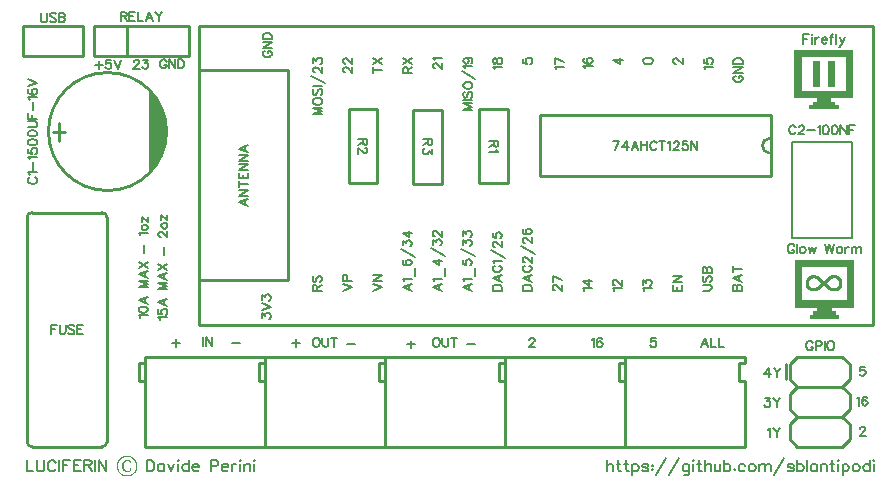
<source format=gto>
G04 Layer: TopSilkLayer*
G04 EasyEDA v6.4.20.6, 2021-07-29T22:43:28+02:00*
G04 24e0db9a2a824a908a71db8b70acd879,4245c91a3b6e4cf7aa995480f5c7e4a3,10*
G04 Gerber Generator version 0.2*
G04 Scale: 100 percent, Rotated: No, Reflected: No *
G04 Dimensions in millimeters *
G04 leading zeros omitted , absolute positions ,4 integer and 5 decimal *
%FSLAX45Y45*%
%MOMM*%

%ADD10C,0.2540*%
%ADD24C,0.1778*%
%ADD25C,0.2032*%
%ADD26C,0.2030*%
%ADD27C,0.1530*%
%ADD28C,0.1540*%

%LPD*%
G36*
X6053836Y12245086D02*
G01*
X6053836Y12182602D01*
X6491325Y12182602D01*
X6491325Y11901322D01*
X6116320Y11901322D01*
X6116320Y12182602D01*
X6053836Y12182602D01*
X6053836Y11838838D01*
X6241288Y11838838D01*
X6241288Y11807596D01*
X6210046Y11807596D01*
X6210046Y11776354D01*
X6178804Y11776354D01*
X6178804Y11745112D01*
X6428790Y11745112D01*
X6428790Y11776354D01*
X6397548Y11776354D01*
X6397548Y11807596D01*
X6366306Y11807596D01*
X6366306Y11838838D01*
X6553809Y11838838D01*
X6553809Y12245086D01*
G37*
G36*
X6385864Y12116206D02*
G01*
X6380480Y12116054D01*
X6375298Y12115546D01*
X6370320Y12114631D01*
X6365443Y12113361D01*
X6360566Y12111634D01*
X6355638Y12109500D01*
X6350660Y12106808D01*
X6345580Y12103608D01*
X6340246Y12099899D01*
X6334607Y12095581D01*
X6322364Y12085066D01*
X6299911Y12064796D01*
X6272682Y12089231D01*
X6262776Y12097308D01*
X6253276Y12104268D01*
X6245402Y12109246D01*
X6242405Y12110770D01*
X6236055Y12113006D01*
X6228892Y12114580D01*
X6221272Y12115546D01*
X6213398Y12115850D01*
X6205524Y12115495D01*
X6197955Y12114530D01*
X6190894Y12112904D01*
X6184696Y12110669D01*
X6179312Y12107722D01*
X6173317Y12103658D01*
X6167475Y12098985D01*
X6162446Y12094210D01*
X6158738Y12089892D01*
X6155385Y12085421D01*
X6152489Y12080849D01*
X6150000Y12076125D01*
X6147917Y12071350D01*
X6146190Y12066473D01*
X6144920Y12061545D01*
X6143955Y12056618D01*
X6143396Y12051639D01*
X6143216Y12045899D01*
X6170980Y12045899D01*
X6171488Y12050877D01*
X6172860Y12056160D01*
X6175044Y12061494D01*
X6177838Y12066727D01*
X6181242Y12071654D01*
X6185052Y12076074D01*
X6189167Y12079833D01*
X6193485Y12082729D01*
X6198920Y12085320D01*
X6204254Y12087098D01*
X6209487Y12088114D01*
X6214668Y12088368D01*
X6219850Y12087809D01*
X6225032Y12086488D01*
X6230213Y12084405D01*
X6235446Y12081510D01*
X6241237Y12077547D01*
X6255816Y12066117D01*
X6278422Y12045899D01*
X6321399Y12045899D01*
X6344361Y12066524D01*
X6351066Y12072112D01*
X6357315Y12076836D01*
X6363055Y12080697D01*
X6368440Y12083745D01*
X6373571Y12086031D01*
X6378498Y12087555D01*
X6383324Y12088317D01*
X6388150Y12088469D01*
X6392976Y12087961D01*
X6397955Y12086793D01*
X6403187Y12085066D01*
X6407708Y12082576D01*
X6412230Y12078919D01*
X6416548Y12074194D01*
X6420510Y12068810D01*
X6423863Y12062968D01*
X6426504Y12056922D01*
X6428181Y12051030D01*
X6428790Y12045492D01*
X6428079Y12039244D01*
X6426098Y12032894D01*
X6422948Y12026646D01*
X6418884Y12020753D01*
X6414058Y12015419D01*
X6408623Y12010948D01*
X6402832Y12007443D01*
X6396786Y12005208D01*
X6392316Y12004294D01*
X6388049Y12003786D01*
X6383934Y12003735D01*
X6379819Y12004192D01*
X6375704Y12005157D01*
X6371539Y12006630D01*
X6367170Y12008713D01*
X6362598Y12011355D01*
X6357772Y12014606D01*
X6347002Y12023140D01*
X6321399Y12045899D01*
X6278422Y12045899D01*
X6255105Y12025020D01*
X6247942Y12019178D01*
X6241186Y12014250D01*
X6234938Y12010186D01*
X6229146Y12006986D01*
X6223863Y12004751D01*
X6219037Y12003379D01*
X6214770Y12002922D01*
X6209385Y12003379D01*
X6204051Y12004649D01*
X6198870Y12006681D01*
X6193891Y12009374D01*
X6189167Y12012676D01*
X6184849Y12016486D01*
X6180937Y12020753D01*
X6177584Y12025376D01*
X6174841Y12030252D01*
X6172758Y12035383D01*
X6171438Y12040616D01*
X6170980Y12045899D01*
X6143216Y12045899D01*
X6143345Y12041733D01*
X6143853Y12036806D01*
X6144717Y12031980D01*
X6145885Y12027204D01*
X6147358Y12022531D01*
X6149136Y12017959D01*
X6151270Y12013488D01*
X6153658Y12009221D01*
X6156350Y12005106D01*
X6159347Y12001195D01*
X6162598Y11997486D01*
X6166104Y11993981D01*
X6169863Y11990730D01*
X6173876Y11987733D01*
X6178143Y11985040D01*
X6182614Y11982653D01*
X6187338Y11980570D01*
X6192266Y11978792D01*
X6197396Y11977420D01*
X6202730Y11976404D01*
X6208268Y11975795D01*
X6213957Y11975541D01*
X6219342Y11975744D01*
X6224473Y11976252D01*
X6229502Y11977116D01*
X6234379Y11978386D01*
X6239256Y11980113D01*
X6244132Y11982297D01*
X6249111Y11984939D01*
X6254242Y11988139D01*
X6259576Y11991848D01*
X6265214Y11996166D01*
X6277457Y12006681D01*
X6299911Y12026950D01*
X6328714Y12001144D01*
X6334607Y11996166D01*
X6340246Y11991848D01*
X6345580Y11988139D01*
X6350660Y11984939D01*
X6355638Y11982297D01*
X6360566Y11980113D01*
X6365443Y11978386D01*
X6370320Y11977116D01*
X6375298Y11976252D01*
X6380480Y11975744D01*
X6385864Y11975541D01*
X6391757Y11975795D01*
X6397498Y11976455D01*
X6403086Y11977573D01*
X6408470Y11979046D01*
X6413652Y11980926D01*
X6418630Y11983212D01*
X6423355Y11985853D01*
X6427825Y11988850D01*
X6432042Y11992152D01*
X6435953Y11995759D01*
X6439560Y11999722D01*
X6442862Y12003887D01*
X6445859Y12008408D01*
X6448501Y12013133D01*
X6450787Y12018060D01*
X6452666Y12023242D01*
X6454190Y12028627D01*
X6455257Y12034215D01*
X6455918Y12039955D01*
X6456172Y12045899D01*
X6455918Y12051792D01*
X6455257Y12057532D01*
X6454190Y12063120D01*
X6452666Y12068505D01*
X6450787Y12073686D01*
X6448501Y12078665D01*
X6445859Y12083389D01*
X6442862Y12087860D01*
X6439560Y12092076D01*
X6435953Y12095988D01*
X6432042Y12099594D01*
X6427825Y12102896D01*
X6423355Y12105894D01*
X6418630Y12108535D01*
X6413652Y12110821D01*
X6408470Y12112701D01*
X6403086Y12114225D01*
X6397498Y12115292D01*
X6391757Y12115952D01*
G37*
G36*
X6048857Y14019530D02*
G01*
X6048857Y13957046D01*
X6486347Y13957046D01*
X6486347Y13675817D01*
X6111392Y13675817D01*
X6111392Y13957046D01*
X6048857Y13957046D01*
X6048857Y13613282D01*
X6236360Y13613282D01*
X6236360Y13582040D01*
X6205118Y13582040D01*
X6205118Y13550798D01*
X6173876Y13550798D01*
X6173876Y13519556D01*
X6423863Y13519556D01*
X6423863Y13550798D01*
X6392621Y13550798D01*
X6392621Y13582040D01*
X6361379Y13582040D01*
X6361379Y13613282D01*
X6548881Y13613282D01*
X6548881Y14019530D01*
G37*
G36*
X6330137Y13925804D02*
G01*
X6330137Y13707059D01*
X6392621Y13707059D01*
X6392621Y13925804D01*
G37*
G36*
X6205118Y13925804D02*
G01*
X6205118Y13707059D01*
X6267602Y13707059D01*
X6267602Y13925804D01*
G37*
G36*
X399542Y10586313D02*
G01*
X393547Y10586110D01*
X387705Y10585602D01*
X381965Y10584789D01*
X376326Y10583621D01*
X370890Y10582148D01*
X365556Y10580319D01*
X360426Y10578185D01*
X355498Y10575798D01*
X350774Y10573054D01*
X346252Y10570057D01*
X341934Y10566704D01*
X337870Y10563098D01*
X334060Y10559237D01*
X330504Y10555071D01*
X327253Y10550652D01*
X324307Y10545927D01*
X321614Y10540949D01*
X319227Y10535716D01*
X317195Y10530230D01*
X315518Y10524490D01*
X314198Y10518546D01*
X313232Y10512298D01*
X312623Y10505846D01*
X312420Y10499191D01*
X323596Y10499191D01*
X323850Y10506303D01*
X324561Y10513161D01*
X325729Y10519714D01*
X327355Y10525963D01*
X329438Y10531856D01*
X331876Y10537444D01*
X334721Y10542727D01*
X337972Y10547654D01*
X341528Y10552277D01*
X345490Y10556494D01*
X349707Y10560354D01*
X354279Y10563860D01*
X359105Y10566958D01*
X364185Y10569702D01*
X369570Y10571988D01*
X375158Y10573918D01*
X380949Y10575442D01*
X386994Y10576509D01*
X393192Y10577169D01*
X399542Y10577423D01*
X405841Y10577169D01*
X411937Y10576509D01*
X417931Y10575442D01*
X423672Y10573918D01*
X429209Y10571988D01*
X434543Y10569651D01*
X439623Y10566908D01*
X444398Y10563758D01*
X448919Y10560253D01*
X453186Y10556392D01*
X457047Y10552125D01*
X460654Y10547553D01*
X463854Y10542625D01*
X466699Y10537342D01*
X469138Y10531754D01*
X471220Y10525861D01*
X472846Y10519613D01*
X474014Y10513110D01*
X474726Y10506252D01*
X474980Y10499191D01*
X474726Y10492028D01*
X474014Y10485170D01*
X472846Y10478617D01*
X471220Y10472318D01*
X469138Y10466374D01*
X466699Y10460736D01*
X463854Y10455402D01*
X460654Y10450423D01*
X457047Y10445750D01*
X453186Y10441482D01*
X448919Y10437571D01*
X444398Y10434015D01*
X439623Y10430865D01*
X434543Y10428071D01*
X429209Y10425684D01*
X423672Y10423753D01*
X417931Y10422178D01*
X411937Y10421061D01*
X405841Y10420400D01*
X399542Y10420197D01*
X393192Y10420400D01*
X386994Y10421061D01*
X380949Y10422178D01*
X375158Y10423702D01*
X369570Y10425633D01*
X364185Y10427970D01*
X359105Y10430713D01*
X354279Y10433862D01*
X349707Y10437368D01*
X345490Y10441279D01*
X341528Y10445546D01*
X337972Y10450169D01*
X334721Y10455148D01*
X331876Y10460482D01*
X329438Y10466171D01*
X327355Y10472115D01*
X325729Y10478414D01*
X324561Y10485069D01*
X323850Y10491978D01*
X323596Y10499191D01*
X312420Y10499191D01*
X312623Y10492435D01*
X313232Y10485983D01*
X314198Y10479735D01*
X315518Y10473690D01*
X317195Y10467949D01*
X319227Y10462412D01*
X321614Y10457129D01*
X324307Y10452100D01*
X327253Y10447375D01*
X330504Y10442905D01*
X334060Y10438688D01*
X337870Y10434777D01*
X341934Y10431119D01*
X346252Y10427766D01*
X350774Y10424718D01*
X355498Y10421924D01*
X360426Y10419486D01*
X365556Y10417352D01*
X370890Y10415524D01*
X376326Y10414000D01*
X381965Y10412831D01*
X387705Y10411968D01*
X393547Y10411460D01*
X399542Y10411307D01*
X405485Y10411460D01*
X411327Y10411968D01*
X417068Y10412831D01*
X422656Y10414000D01*
X428091Y10415524D01*
X433374Y10417352D01*
X438454Y10419486D01*
X443382Y10421924D01*
X448106Y10424718D01*
X452628Y10427766D01*
X456946Y10431119D01*
X460959Y10434777D01*
X464769Y10438688D01*
X468325Y10442905D01*
X471576Y10447375D01*
X474573Y10452100D01*
X477215Y10457129D01*
X479602Y10462412D01*
X481634Y10467949D01*
X483311Y10473690D01*
X484632Y10479735D01*
X485597Y10485983D01*
X486206Y10492435D01*
X486409Y10499191D01*
X486206Y10505846D01*
X485597Y10512298D01*
X484632Y10518546D01*
X483311Y10524490D01*
X481634Y10530230D01*
X479602Y10535716D01*
X477215Y10540949D01*
X474573Y10545927D01*
X471576Y10550652D01*
X468325Y10555071D01*
X464769Y10559237D01*
X460959Y10563098D01*
X456946Y10566704D01*
X452628Y10570057D01*
X448106Y10573054D01*
X443382Y10575798D01*
X438454Y10578185D01*
X433374Y10580319D01*
X428091Y10582148D01*
X422656Y10583621D01*
X417068Y10584789D01*
X411327Y10585602D01*
X405485Y10586110D01*
G37*
G36*
X403352Y10550499D02*
G01*
X396494Y10550042D01*
X390042Y10548772D01*
X383895Y10546689D01*
X378206Y10543844D01*
X373024Y10540288D01*
X368350Y10536072D01*
X364286Y10531246D01*
X360832Y10525810D01*
X358038Y10519816D01*
X356006Y10513364D01*
X354736Y10506456D01*
X354330Y10499191D01*
X354736Y10491825D01*
X355955Y10484916D01*
X357936Y10478465D01*
X360629Y10472521D01*
X363982Y10467136D01*
X367995Y10462310D01*
X372618Y10458145D01*
X377748Y10454640D01*
X383489Y10451846D01*
X389686Y10449814D01*
X396290Y10448544D01*
X403352Y10448137D01*
X411327Y10448493D01*
X418896Y10449763D01*
X426110Y10451846D01*
X433070Y10454995D01*
X433832Y10479125D01*
X423672Y10479125D01*
X420116Y10459567D01*
X416102Y10458297D01*
X412191Y10457535D01*
X408533Y10457129D01*
X405384Y10457027D01*
X400558Y10457332D01*
X396036Y10458246D01*
X391769Y10459770D01*
X387908Y10461904D01*
X384352Y10464596D01*
X381203Y10467898D01*
X378460Y10471759D01*
X376123Y10476179D01*
X374294Y10481106D01*
X372973Y10486593D01*
X372160Y10492638D01*
X371856Y10499191D01*
X372160Y10505897D01*
X373024Y10512044D01*
X374446Y10517632D01*
X376377Y10522661D01*
X378764Y10527131D01*
X381609Y10530992D01*
X384810Y10534294D01*
X388416Y10536986D01*
X392328Y10539120D01*
X396544Y10540644D01*
X400964Y10541558D01*
X405638Y10541863D01*
X408787Y10541762D01*
X412038Y10541355D01*
X415442Y10540644D01*
X418846Y10539577D01*
X422656Y10519257D01*
X432308Y10519257D01*
X431546Y10543387D01*
X424840Y10546740D01*
X418236Y10548924D01*
X411175Y10550144D01*
G37*
D25*
X6604767Y10812785D02*
G01*
X6604767Y10816595D01*
X6608577Y10823707D01*
X6612133Y10827517D01*
X6619499Y10831073D01*
X6633977Y10831073D01*
X6641089Y10827517D01*
X6644899Y10823707D01*
X6648455Y10816595D01*
X6648455Y10809229D01*
X6644899Y10801863D01*
X6637533Y10790941D01*
X6601211Y10754619D01*
X6652011Y10754619D01*
X6580886Y11070589D02*
G01*
X6588252Y11074145D01*
X6599174Y11085068D01*
X6599174Y11008613D01*
X6666738Y11074145D02*
G01*
X6663181Y11081512D01*
X6652259Y11085068D01*
X6644893Y11085068D01*
X6633972Y11081512D01*
X6626606Y11070589D01*
X6623050Y11052302D01*
X6623050Y11034013D01*
X6626606Y11019536D01*
X6633972Y11012170D01*
X6644893Y11008613D01*
X6648450Y11008613D01*
X6659372Y11012170D01*
X6666738Y11019536D01*
X6670293Y11030458D01*
X6670293Y11034013D01*
X6666738Y11044936D01*
X6659372Y11052302D01*
X6648450Y11055858D01*
X6644893Y11055858D01*
X6633972Y11052302D01*
X6626606Y11044936D01*
X6623050Y11034013D01*
X6644899Y11339073D02*
G01*
X6608577Y11339073D01*
X6604767Y11306307D01*
X6608577Y11309863D01*
X6619499Y11313673D01*
X6630421Y11313673D01*
X6641089Y11309863D01*
X6648455Y11302751D01*
X6652011Y11291829D01*
X6652011Y11284463D01*
X6648455Y11273541D01*
X6641089Y11266175D01*
X6630421Y11262619D01*
X6619499Y11262619D01*
X6608577Y11266175D01*
X6604767Y11269985D01*
X6601211Y11277097D01*
X5826506Y10805160D02*
G01*
X5833872Y10808715D01*
X5844793Y10819637D01*
X5844793Y10743184D01*
X5868670Y10819637D02*
G01*
X5897879Y10783315D01*
X5897879Y10743184D01*
X5926836Y10819637D02*
G01*
X5897879Y10783315D01*
X5803391Y11073637D02*
G01*
X5843270Y11073637D01*
X5821425Y11044428D01*
X5832347Y11044428D01*
X5839713Y11040871D01*
X5843270Y11037315D01*
X5846825Y11026394D01*
X5846825Y11019028D01*
X5843270Y11008105D01*
X5835904Y11000739D01*
X5825236Y10997184D01*
X5814313Y10997184D01*
X5803391Y11000739D01*
X5799581Y11004550D01*
X5796025Y11011662D01*
X5870956Y11073637D02*
G01*
X5899911Y11037315D01*
X5899911Y10997184D01*
X5929122Y11073637D02*
G01*
X5899911Y11037315D01*
X5832347Y11327637D02*
G01*
X5796025Y11276584D01*
X5850636Y11276584D01*
X5832347Y11327637D02*
G01*
X5832347Y11251184D01*
X5874511Y11327637D02*
G01*
X5903722Y11291315D01*
X5903722Y11251184D01*
X5932677Y11327637D02*
G01*
X5903722Y11291315D01*
X1040358Y11588927D02*
G01*
X1040358Y11512473D01*
X1064234Y11588927D02*
G01*
X1064234Y11512473D01*
X1064234Y11588927D02*
G01*
X1115288Y11512473D01*
X1115288Y11588927D02*
G01*
X1115288Y11512473D01*
X3008884Y11583670D02*
G01*
X3001518Y11580113D01*
X2994406Y11572747D01*
X2990595Y11565381D01*
X2987040Y11554460D01*
X2987040Y11536426D01*
X2990595Y11525504D01*
X2994406Y11518137D01*
X3001518Y11510771D01*
X3008884Y11507215D01*
X3023361Y11507215D01*
X3030727Y11510771D01*
X3037840Y11518137D01*
X3041650Y11525504D01*
X3045206Y11536426D01*
X3045206Y11554460D01*
X3041650Y11565381D01*
X3037840Y11572747D01*
X3030727Y11580113D01*
X3023361Y11583670D01*
X3008884Y11583670D01*
X3069336Y11583670D02*
G01*
X3069336Y11529060D01*
X3072891Y11518137D01*
X3080004Y11510771D01*
X3090925Y11507215D01*
X3098291Y11507215D01*
X3109213Y11510771D01*
X3116579Y11518137D01*
X3120136Y11529060D01*
X3120136Y11583670D01*
X3169665Y11583670D02*
G01*
X3169665Y11507215D01*
X3144011Y11583670D02*
G01*
X3195065Y11583670D01*
X1992884Y11583670D02*
G01*
X1985518Y11580113D01*
X1978406Y11572747D01*
X1974595Y11565381D01*
X1971040Y11554460D01*
X1971040Y11536426D01*
X1974595Y11525504D01*
X1978406Y11518137D01*
X1985518Y11510771D01*
X1992884Y11507215D01*
X2007361Y11507215D01*
X2014727Y11510771D01*
X2021840Y11518137D01*
X2025650Y11525504D01*
X2029206Y11536426D01*
X2029206Y11554460D01*
X2025650Y11565381D01*
X2021840Y11572747D01*
X2014727Y11580113D01*
X2007361Y11583670D01*
X1992884Y11583670D01*
X2053336Y11583670D02*
G01*
X2053336Y11529060D01*
X2056891Y11518137D01*
X2064004Y11510771D01*
X2074925Y11507215D01*
X2082291Y11507215D01*
X2093213Y11510771D01*
X2100579Y11518137D01*
X2104136Y11529060D01*
X2104136Y11583670D01*
X2153665Y11583670D02*
G01*
X2153665Y11507215D01*
X2128011Y11583670D02*
G01*
X2179065Y11583670D01*
D26*
X4463326Y10547692D02*
G01*
X4463326Y10452188D01*
X4463326Y10497654D02*
G01*
X4477042Y10511370D01*
X4485932Y10515942D01*
X4499648Y10515942D01*
X4508792Y10511370D01*
X4513364Y10497654D01*
X4513364Y10452188D01*
X4557052Y10547692D02*
G01*
X4557052Y10470476D01*
X4561624Y10456760D01*
X4570514Y10452188D01*
X4579658Y10452188D01*
X4543336Y10515942D02*
G01*
X4575086Y10515942D01*
X4623346Y10547692D02*
G01*
X4623346Y10470476D01*
X4627918Y10456760D01*
X4637062Y10452188D01*
X4645952Y10452188D01*
X4609630Y10515942D02*
G01*
X4641634Y10515942D01*
X4676178Y10515942D02*
G01*
X4676178Y10420438D01*
X4676178Y10502226D02*
G01*
X4685068Y10511370D01*
X4694212Y10515942D01*
X4707928Y10515942D01*
X4717072Y10511370D01*
X4725962Y10502226D01*
X4730534Y10488764D01*
X4730534Y10479620D01*
X4725962Y10465904D01*
X4717072Y10456760D01*
X4707928Y10452188D01*
X4694212Y10452188D01*
X4685068Y10456760D01*
X4676178Y10465904D01*
X4810544Y10502226D02*
G01*
X4805972Y10511370D01*
X4792510Y10515942D01*
X4778794Y10515942D01*
X4765078Y10511370D01*
X4760506Y10502226D01*
X4765078Y10493336D01*
X4774222Y10488764D01*
X4797082Y10484192D01*
X4805972Y10479620D01*
X4810544Y10470476D01*
X4810544Y10465904D01*
X4805972Y10456760D01*
X4792510Y10452188D01*
X4778794Y10452188D01*
X4765078Y10456760D01*
X4760506Y10465904D01*
X4845088Y10506798D02*
G01*
X4840516Y10502226D01*
X4845088Y10497654D01*
X4849660Y10502226D01*
X4845088Y10506798D01*
X4845088Y10475048D02*
G01*
X4840516Y10470476D01*
X4845088Y10465904D01*
X4849660Y10470476D01*
X4845088Y10475048D01*
X4961420Y10565980D02*
G01*
X4879632Y10420438D01*
X5073434Y10565980D02*
G01*
X4991392Y10420438D01*
X5157762Y10515942D02*
G01*
X5157762Y10443298D01*
X5153444Y10429582D01*
X5148872Y10425010D01*
X5139728Y10420438D01*
X5126012Y10420438D01*
X5116868Y10425010D01*
X5157762Y10502226D02*
G01*
X5148872Y10511370D01*
X5139728Y10515942D01*
X5126012Y10515942D01*
X5116868Y10511370D01*
X5107978Y10502226D01*
X5103406Y10488764D01*
X5103406Y10479620D01*
X5107978Y10465904D01*
X5116868Y10456760D01*
X5126012Y10452188D01*
X5139728Y10452188D01*
X5148872Y10456760D01*
X5157762Y10465904D01*
X5187988Y10547692D02*
G01*
X5192306Y10543120D01*
X5196878Y10547692D01*
X5192306Y10552264D01*
X5187988Y10547692D01*
X5192306Y10515942D02*
G01*
X5192306Y10452188D01*
X5240566Y10547692D02*
G01*
X5240566Y10470476D01*
X5245138Y10456760D01*
X5254282Y10452188D01*
X5263426Y10452188D01*
X5226850Y10515942D02*
G01*
X5258854Y10515942D01*
X5293398Y10547692D02*
G01*
X5293398Y10452188D01*
X5293398Y10497654D02*
G01*
X5306860Y10511370D01*
X5316004Y10515942D01*
X5329720Y10515942D01*
X5338864Y10511370D01*
X5343436Y10497654D01*
X5343436Y10452188D01*
X5373408Y10515942D02*
G01*
X5373408Y10470476D01*
X5377980Y10456760D01*
X5386870Y10452188D01*
X5400586Y10452188D01*
X5409730Y10456760D01*
X5423446Y10470476D01*
X5423446Y10515942D02*
G01*
X5423446Y10452188D01*
X5453418Y10547692D02*
G01*
X5453418Y10452188D01*
X5453418Y10502226D02*
G01*
X5462308Y10511370D01*
X5471452Y10515942D01*
X5485168Y10515942D01*
X5494312Y10511370D01*
X5503202Y10502226D01*
X5507774Y10488764D01*
X5507774Y10479620D01*
X5503202Y10465904D01*
X5494312Y10456760D01*
X5485168Y10452188D01*
X5471452Y10452188D01*
X5462308Y10456760D01*
X5453418Y10465904D01*
X5542318Y10475048D02*
G01*
X5537746Y10470476D01*
X5542318Y10465904D01*
X5546890Y10470476D01*
X5542318Y10475048D01*
X5631472Y10502226D02*
G01*
X5622328Y10511370D01*
X5613438Y10515942D01*
X5599722Y10515942D01*
X5590578Y10511370D01*
X5581434Y10502226D01*
X5576862Y10488764D01*
X5576862Y10479620D01*
X5581434Y10465904D01*
X5590578Y10456760D01*
X5599722Y10452188D01*
X5613438Y10452188D01*
X5622328Y10456760D01*
X5631472Y10465904D01*
X5684304Y10515942D02*
G01*
X5675160Y10511370D01*
X5666016Y10502226D01*
X5661444Y10488764D01*
X5661444Y10479620D01*
X5666016Y10465904D01*
X5675160Y10456760D01*
X5684304Y10452188D01*
X5697766Y10452188D01*
X5706910Y10456760D01*
X5716054Y10465904D01*
X5720626Y10479620D01*
X5720626Y10488764D01*
X5716054Y10502226D01*
X5706910Y10511370D01*
X5697766Y10515942D01*
X5684304Y10515942D01*
X5750598Y10515942D02*
G01*
X5750598Y10452188D01*
X5750598Y10497654D02*
G01*
X5764314Y10511370D01*
X5773204Y10515942D01*
X5786920Y10515942D01*
X5796064Y10511370D01*
X5800636Y10497654D01*
X5800636Y10452188D01*
X5800636Y10497654D02*
G01*
X5814352Y10511370D01*
X5823242Y10515942D01*
X5836958Y10515942D01*
X5846102Y10511370D01*
X5850674Y10497654D01*
X5850674Y10452188D01*
X5962434Y10565980D02*
G01*
X5880646Y10420438D01*
X6042444Y10502226D02*
G01*
X6037872Y10511370D01*
X6024156Y10515942D01*
X6010694Y10515942D01*
X5996978Y10511370D01*
X5992406Y10502226D01*
X5996978Y10493336D01*
X6006122Y10488764D01*
X6028728Y10484192D01*
X6037872Y10479620D01*
X6042444Y10470476D01*
X6042444Y10465904D01*
X6037872Y10456760D01*
X6024156Y10452188D01*
X6010694Y10452188D01*
X5996978Y10456760D01*
X5992406Y10465904D01*
X6072416Y10547692D02*
G01*
X6072416Y10452188D01*
X6072416Y10502226D02*
G01*
X6081560Y10511370D01*
X6090704Y10515942D01*
X6104166Y10515942D01*
X6113310Y10511370D01*
X6122454Y10502226D01*
X6127026Y10488764D01*
X6127026Y10479620D01*
X6122454Y10465904D01*
X6113310Y10456760D01*
X6104166Y10452188D01*
X6090704Y10452188D01*
X6081560Y10456760D01*
X6072416Y10465904D01*
X6156998Y10547692D02*
G01*
X6156998Y10452188D01*
X6241580Y10515942D02*
G01*
X6241580Y10452188D01*
X6241580Y10502226D02*
G01*
X6232436Y10511370D01*
X6223292Y10515942D01*
X6209576Y10515942D01*
X6200686Y10511370D01*
X6191542Y10502226D01*
X6186970Y10488764D01*
X6186970Y10479620D01*
X6191542Y10465904D01*
X6200686Y10456760D01*
X6209576Y10452188D01*
X6223292Y10452188D01*
X6232436Y10456760D01*
X6241580Y10465904D01*
X6271552Y10515942D02*
G01*
X6271552Y10452188D01*
X6271552Y10497654D02*
G01*
X6285268Y10511370D01*
X6294158Y10515942D01*
X6307874Y10515942D01*
X6317018Y10511370D01*
X6321590Y10497654D01*
X6321590Y10452188D01*
X6365024Y10547692D02*
G01*
X6365024Y10470476D01*
X6369596Y10456760D01*
X6378740Y10452188D01*
X6387884Y10452188D01*
X6351562Y10515942D02*
G01*
X6383312Y10515942D01*
X6417856Y10547692D02*
G01*
X6422428Y10543120D01*
X6427000Y10547692D01*
X6422428Y10552264D01*
X6417856Y10547692D01*
X6422428Y10515942D02*
G01*
X6422428Y10452188D01*
X6456972Y10515942D02*
G01*
X6456972Y10420438D01*
X6456972Y10502226D02*
G01*
X6466116Y10511370D01*
X6475260Y10515942D01*
X6488722Y10515942D01*
X6497866Y10511370D01*
X6507010Y10502226D01*
X6511582Y10488764D01*
X6511582Y10479620D01*
X6507010Y10465904D01*
X6497866Y10456760D01*
X6488722Y10452188D01*
X6475260Y10452188D01*
X6466116Y10456760D01*
X6456972Y10465904D01*
X6564160Y10515942D02*
G01*
X6555270Y10511370D01*
X6546126Y10502226D01*
X6541554Y10488764D01*
X6541554Y10479620D01*
X6546126Y10465904D01*
X6555270Y10456760D01*
X6564160Y10452188D01*
X6577876Y10452188D01*
X6587020Y10456760D01*
X6596164Y10465904D01*
X6600482Y10479620D01*
X6600482Y10488764D01*
X6596164Y10502226D01*
X6587020Y10511370D01*
X6577876Y10515942D01*
X6564160Y10515942D01*
X6685064Y10547692D02*
G01*
X6685064Y10452188D01*
X6685064Y10502226D02*
G01*
X6676174Y10511370D01*
X6667030Y10515942D01*
X6653314Y10515942D01*
X6644170Y10511370D01*
X6635026Y10502226D01*
X6630708Y10488764D01*
X6630708Y10479620D01*
X6635026Y10465904D01*
X6644170Y10456760D01*
X6653314Y10452188D01*
X6667030Y10452188D01*
X6676174Y10456760D01*
X6685064Y10465904D01*
X6715036Y10547692D02*
G01*
X6719608Y10543120D01*
X6724180Y10547692D01*
X6719608Y10552264D01*
X6715036Y10547692D01*
X6719608Y10515942D02*
G01*
X6719608Y10452188D01*
D27*
X6047780Y12359474D02*
G01*
X6044224Y12366840D01*
X6036858Y12374206D01*
X6029238Y12378016D01*
X6014506Y12378016D01*
X6007140Y12374206D01*
X5999774Y12366840D01*
X5996218Y12359474D01*
X5992408Y12348552D01*
X5992408Y12330010D01*
X5996218Y12318834D01*
X5999774Y12311468D01*
X6007140Y12304102D01*
X6014506Y12300292D01*
X6029238Y12300292D01*
X6036858Y12304102D01*
X6044224Y12311468D01*
X6047780Y12318834D01*
X6047780Y12330010D01*
X6029238Y12330010D02*
G01*
X6047780Y12330010D01*
X6072164Y12378016D02*
G01*
X6072164Y12300292D01*
X6115090Y12352108D02*
G01*
X6107724Y12348552D01*
X6100358Y12340932D01*
X6096548Y12330010D01*
X6096548Y12322644D01*
X6100358Y12311468D01*
X6107724Y12304102D01*
X6115090Y12300292D01*
X6126266Y12300292D01*
X6133632Y12304102D01*
X6140998Y12311468D01*
X6144554Y12322644D01*
X6144554Y12330010D01*
X6140998Y12340932D01*
X6133632Y12348552D01*
X6126266Y12352108D01*
X6115090Y12352108D01*
X6168938Y12352108D02*
G01*
X6183670Y12300292D01*
X6198656Y12352108D02*
G01*
X6183670Y12300292D01*
X6198656Y12352108D02*
G01*
X6213388Y12300292D01*
X6228120Y12352108D02*
G01*
X6213388Y12300292D01*
X6309400Y12378016D02*
G01*
X6327942Y12300292D01*
X6346230Y12378016D02*
G01*
X6327942Y12300292D01*
X6346230Y12378016D02*
G01*
X6364772Y12300292D01*
X6383314Y12378016D02*
G01*
X6364772Y12300292D01*
X6426240Y12352108D02*
G01*
X6418874Y12348552D01*
X6411254Y12340932D01*
X6407698Y12330010D01*
X6407698Y12322644D01*
X6411254Y12311468D01*
X6418874Y12304102D01*
X6426240Y12300292D01*
X6437162Y12300292D01*
X6444528Y12304102D01*
X6451894Y12311468D01*
X6455704Y12322644D01*
X6455704Y12330010D01*
X6451894Y12340932D01*
X6444528Y12348552D01*
X6437162Y12352108D01*
X6426240Y12352108D01*
X6480088Y12352108D02*
G01*
X6480088Y12300292D01*
X6480088Y12330010D02*
G01*
X6483898Y12340932D01*
X6491264Y12348552D01*
X6498630Y12352108D01*
X6509552Y12352108D01*
X6533936Y12352108D02*
G01*
X6533936Y12300292D01*
X6533936Y12337376D02*
G01*
X6545112Y12348552D01*
X6552478Y12352108D01*
X6563654Y12352108D01*
X6571020Y12348552D01*
X6574576Y12337376D01*
X6574576Y12300292D01*
X6574576Y12337376D02*
G01*
X6585752Y12348552D01*
X6593118Y12352108D01*
X6604294Y12352108D01*
X6611660Y12348552D01*
X6615216Y12337376D01*
X6615216Y12300292D01*
X6122212Y14152471D02*
G01*
X6122212Y14074747D01*
X6122212Y14152471D02*
G01*
X6170218Y14152471D01*
X6122212Y14115387D02*
G01*
X6151676Y14115387D01*
X6194602Y14152471D02*
G01*
X6198412Y14148661D01*
X6201968Y14152471D01*
X6198412Y14156027D01*
X6194602Y14152471D01*
X6198412Y14126563D02*
G01*
X6198412Y14074747D01*
X6226352Y14126563D02*
G01*
X6226352Y14074747D01*
X6226352Y14104465D02*
G01*
X6230162Y14115387D01*
X6237528Y14123007D01*
X6244894Y14126563D01*
X6256070Y14126563D01*
X6280454Y14104465D02*
G01*
X6324650Y14104465D01*
X6324650Y14111831D01*
X6321094Y14119197D01*
X6317284Y14123007D01*
X6309918Y14126563D01*
X6298742Y14126563D01*
X6291376Y14123007D01*
X6284010Y14115387D01*
X6280454Y14104465D01*
X6280454Y14097099D01*
X6284010Y14085923D01*
X6291376Y14078557D01*
X6298742Y14074747D01*
X6309918Y14074747D01*
X6317284Y14078557D01*
X6324650Y14085923D01*
X6378498Y14152471D02*
G01*
X6371132Y14152471D01*
X6363766Y14148661D01*
X6360210Y14137739D01*
X6360210Y14074747D01*
X6349034Y14126563D02*
G01*
X6374942Y14126563D01*
X6402882Y14152471D02*
G01*
X6402882Y14074747D01*
X6431076Y14126563D02*
G01*
X6453174Y14074747D01*
X6475526Y14126563D02*
G01*
X6453174Y14074747D01*
X6445808Y14060015D01*
X6438442Y14052649D01*
X6431076Y14049093D01*
X6427266Y14049093D01*
D26*
X512175Y11754078D02*
G01*
X508619Y11761444D01*
X497697Y11772366D01*
X574151Y11772366D01*
X497697Y11818086D02*
G01*
X501253Y11807164D01*
X512175Y11800052D01*
X530463Y11796496D01*
X541385Y11796496D01*
X559419Y11800052D01*
X570341Y11807164D01*
X574151Y11818086D01*
X574151Y11825452D01*
X570341Y11836374D01*
X559419Y11843740D01*
X541385Y11847296D01*
X530463Y11847296D01*
X512175Y11843740D01*
X501253Y11836374D01*
X497697Y11825452D01*
X497697Y11818086D01*
X497697Y11900382D02*
G01*
X574151Y11871172D01*
X497697Y11900382D02*
G01*
X574151Y11929338D01*
X548497Y11882094D02*
G01*
X548497Y11918670D01*
X497697Y12009348D02*
G01*
X574151Y12009348D01*
X497697Y12009348D02*
G01*
X574151Y12038558D01*
X497697Y12067768D02*
G01*
X574151Y12038558D01*
X497697Y12067768D02*
G01*
X574151Y12067768D01*
X497697Y12120854D02*
G01*
X574151Y12091644D01*
X497697Y12120854D02*
G01*
X574151Y12149810D01*
X548497Y12102566D02*
G01*
X548497Y12138888D01*
X497697Y12173940D02*
G01*
X574151Y12224740D01*
X497697Y12224740D02*
G01*
X574151Y12173940D01*
X541385Y12304750D02*
G01*
X541385Y12370282D01*
X512175Y12450292D02*
G01*
X508619Y12457404D01*
X497697Y12468326D01*
X574151Y12468326D01*
X523097Y12510490D02*
G01*
X526907Y12503378D01*
X534019Y12496012D01*
X544941Y12492456D01*
X552307Y12492456D01*
X563229Y12496012D01*
X570341Y12503378D01*
X574151Y12510490D01*
X574151Y12521412D01*
X570341Y12528778D01*
X563229Y12535890D01*
X552307Y12539700D01*
X544941Y12539700D01*
X534019Y12535890D01*
X526907Y12528778D01*
X523097Y12521412D01*
X523097Y12510490D01*
X523097Y12603708D02*
G01*
X574151Y12563576D01*
X523097Y12563576D02*
G01*
X523097Y12603708D01*
X574151Y12563576D02*
G01*
X574151Y12603708D01*
X678934Y11737825D02*
G01*
X675378Y11745191D01*
X664456Y11756113D01*
X740656Y11756113D01*
X664456Y11823677D02*
G01*
X664456Y11787355D01*
X697222Y11783799D01*
X693412Y11787355D01*
X689856Y11798277D01*
X689856Y11809199D01*
X693412Y11820121D01*
X700778Y11827487D01*
X711700Y11831043D01*
X718812Y11831043D01*
X729734Y11827487D01*
X737100Y11820121D01*
X740656Y11809199D01*
X740656Y11798277D01*
X737100Y11787355D01*
X733544Y11783799D01*
X726178Y11779989D01*
X664456Y11884129D02*
G01*
X740656Y11854919D01*
X664456Y11884129D02*
G01*
X740656Y11913085D01*
X715256Y11865841D02*
G01*
X715256Y11902163D01*
X664456Y11993095D02*
G01*
X740656Y11993095D01*
X664456Y11993095D02*
G01*
X740656Y12022305D01*
X664456Y12051261D02*
G01*
X740656Y12022305D01*
X664456Y12051261D02*
G01*
X740656Y12051261D01*
X664456Y12104347D02*
G01*
X740656Y12075391D01*
X664456Y12104347D02*
G01*
X740656Y12133557D01*
X715256Y12086313D02*
G01*
X715256Y12122635D01*
X664456Y12157433D02*
G01*
X740656Y12208487D01*
X664456Y12208487D02*
G01*
X740656Y12157433D01*
X707890Y12288497D02*
G01*
X707890Y12354029D01*
X682490Y12437595D02*
G01*
X678934Y12437595D01*
X671568Y12441151D01*
X668012Y12444707D01*
X664456Y12452073D01*
X664456Y12466551D01*
X668012Y12473917D01*
X671568Y12477473D01*
X678934Y12481283D01*
X686300Y12481283D01*
X693412Y12477473D01*
X704334Y12470361D01*
X740656Y12434039D01*
X740656Y12484839D01*
X689856Y12527003D02*
G01*
X693412Y12519637D01*
X700778Y12512525D01*
X711700Y12508715D01*
X718812Y12508715D01*
X729734Y12512525D01*
X737100Y12519637D01*
X740656Y12527003D01*
X740656Y12537925D01*
X737100Y12545291D01*
X729734Y12552403D01*
X718812Y12556213D01*
X711700Y12556213D01*
X700778Y12552403D01*
X693412Y12545291D01*
X689856Y12537925D01*
X689856Y12527003D01*
X689856Y12619967D02*
G01*
X740656Y12580089D01*
X689856Y12580089D02*
G01*
X689856Y12619967D01*
X740656Y12580089D02*
G01*
X740656Y12619967D01*
D27*
X733153Y13921983D02*
G01*
X729343Y13929095D01*
X722231Y13936461D01*
X714865Y13940017D01*
X700387Y13940017D01*
X693021Y13936461D01*
X685909Y13929095D01*
X682099Y13921983D01*
X678543Y13911061D01*
X678543Y13892773D01*
X682099Y13881851D01*
X685909Y13874739D01*
X693021Y13867373D01*
X700387Y13863817D01*
X714865Y13863817D01*
X722231Y13867373D01*
X729343Y13874739D01*
X733153Y13881851D01*
X733153Y13892773D01*
X714865Y13892773D02*
G01*
X733153Y13892773D01*
X757029Y13940017D02*
G01*
X757029Y13863817D01*
X757029Y13940017D02*
G01*
X808083Y13863817D01*
X808083Y13940017D02*
G01*
X808083Y13863817D01*
X831959Y13940017D02*
G01*
X831959Y13863817D01*
X831959Y13940017D02*
G01*
X857359Y13940017D01*
X868281Y13936461D01*
X875647Y13929095D01*
X879203Y13921983D01*
X883013Y13911061D01*
X883013Y13892773D01*
X879203Y13881851D01*
X875647Y13874739D01*
X868281Y13867373D01*
X857359Y13863817D01*
X831959Y13863817D01*
X457093Y13920025D02*
G01*
X457093Y13923835D01*
X460903Y13930947D01*
X464459Y13934503D01*
X471825Y13938313D01*
X486303Y13938313D01*
X493669Y13934503D01*
X497225Y13930947D01*
X500781Y13923835D01*
X500781Y13916469D01*
X497225Y13909103D01*
X489859Y13898181D01*
X453537Y13861859D01*
X504591Y13861859D01*
X535833Y13938313D02*
G01*
X575711Y13938313D01*
X553867Y13909103D01*
X564789Y13909103D01*
X572155Y13905547D01*
X575711Y13901991D01*
X579267Y13891069D01*
X579267Y13883703D01*
X575711Y13872781D01*
X568599Y13865415D01*
X557677Y13861859D01*
X546755Y13861859D01*
X535833Y13865415D01*
X532023Y13869225D01*
X528467Y13876337D01*
X159801Y13925610D02*
G01*
X159801Y13860078D01*
X127035Y13892844D02*
G01*
X192567Y13892844D01*
X260131Y13936532D02*
G01*
X223809Y13936532D01*
X219999Y13903766D01*
X223809Y13907322D01*
X234731Y13910878D01*
X245653Y13910878D01*
X256321Y13907322D01*
X263687Y13899956D01*
X267243Y13889288D01*
X267243Y13881922D01*
X263687Y13871000D01*
X256321Y13863634D01*
X245653Y13860078D01*
X234731Y13860078D01*
X223809Y13863634D01*
X219999Y13867444D01*
X216443Y13874556D01*
X291373Y13936532D02*
G01*
X320329Y13860078D01*
X349539Y13936532D02*
G01*
X320329Y13860078D01*
D25*
X566420Y10547858D02*
G01*
X566420Y10452354D01*
X566420Y10547858D02*
G01*
X598170Y10547858D01*
X611886Y10543286D01*
X621029Y10534395D01*
X625602Y10525252D01*
X630173Y10511536D01*
X630173Y10488929D01*
X625602Y10475213D01*
X621029Y10466070D01*
X611886Y10456926D01*
X598170Y10452354D01*
X566420Y10452354D01*
X714502Y10516108D02*
G01*
X714502Y10452354D01*
X714502Y10502392D02*
G01*
X705612Y10511536D01*
X696468Y10516108D01*
X682752Y10516108D01*
X673607Y10511536D01*
X664718Y10502392D01*
X660145Y10488929D01*
X660145Y10479786D01*
X664718Y10466070D01*
X673607Y10456926D01*
X682752Y10452354D01*
X696468Y10452354D01*
X705612Y10456926D01*
X714502Y10466070D01*
X744728Y10516108D02*
G01*
X771905Y10452354D01*
X799084Y10516108D02*
G01*
X771905Y10452354D01*
X829055Y10547858D02*
G01*
X833628Y10543286D01*
X838200Y10547858D01*
X833628Y10552429D01*
X829055Y10547858D01*
X833628Y10516108D02*
G01*
X833628Y10452354D01*
X922781Y10547858D02*
G01*
X922781Y10452354D01*
X922781Y10502392D02*
G01*
X913637Y10511536D01*
X904494Y10516108D01*
X891031Y10516108D01*
X881887Y10511536D01*
X872744Y10502392D01*
X868171Y10488929D01*
X868171Y10479786D01*
X872744Y10466070D01*
X881887Y10456926D01*
X891031Y10452354D01*
X904494Y10452354D01*
X913637Y10456926D01*
X922781Y10466070D01*
X952754Y10488929D02*
G01*
X1007363Y10488929D01*
X1007363Y10497820D01*
X1002792Y10506963D01*
X998220Y10511536D01*
X989076Y10516108D01*
X975613Y10516108D01*
X966470Y10511536D01*
X957326Y10502392D01*
X952754Y10488929D01*
X952754Y10479786D01*
X957326Y10466070D01*
X966470Y10456926D01*
X975613Y10452354D01*
X989076Y10452354D01*
X998220Y10456926D01*
X1007363Y10466070D01*
X1107439Y10547858D02*
G01*
X1107439Y10452354D01*
X1107439Y10547858D02*
G01*
X1148334Y10547858D01*
X1161795Y10543286D01*
X1166368Y10538713D01*
X1170939Y10529824D01*
X1170939Y10516108D01*
X1166368Y10506963D01*
X1161795Y10502392D01*
X1148334Y10497820D01*
X1107439Y10497820D01*
X1200912Y10488929D02*
G01*
X1255521Y10488929D01*
X1255521Y10497820D01*
X1250950Y10506963D01*
X1246378Y10511536D01*
X1237234Y10516108D01*
X1223771Y10516108D01*
X1214628Y10511536D01*
X1205484Y10502392D01*
X1200912Y10488929D01*
X1200912Y10479786D01*
X1205484Y10466070D01*
X1214628Y10456926D01*
X1223771Y10452354D01*
X1237234Y10452354D01*
X1246378Y10456926D01*
X1255521Y10466070D01*
X1285494Y10516108D02*
G01*
X1285494Y10452354D01*
X1285494Y10488929D02*
G01*
X1290065Y10502392D01*
X1299210Y10511536D01*
X1308354Y10516108D01*
X1321815Y10516108D01*
X1351787Y10547858D02*
G01*
X1356360Y10543286D01*
X1360931Y10547858D01*
X1356360Y10552429D01*
X1351787Y10547858D01*
X1356360Y10516108D02*
G01*
X1356360Y10452354D01*
X1390904Y10516108D02*
G01*
X1390904Y10452354D01*
X1390904Y10497820D02*
G01*
X1404620Y10511536D01*
X1413763Y10516108D01*
X1427226Y10516108D01*
X1436370Y10511536D01*
X1440942Y10497820D01*
X1440942Y10452354D01*
X1470913Y10547858D02*
G01*
X1475486Y10543286D01*
X1480057Y10547858D01*
X1475486Y10552429D01*
X1470913Y10547858D01*
X1475486Y10516108D02*
G01*
X1475486Y10452354D01*
X-449579Y10547858D02*
G01*
X-449579Y10452354D01*
X-449579Y10452354D02*
G01*
X-394970Y10452354D01*
X-364997Y10547858D02*
G01*
X-364997Y10479786D01*
X-360426Y10466070D01*
X-351281Y10456926D01*
X-337820Y10452354D01*
X-328676Y10452354D01*
X-314960Y10456926D01*
X-306070Y10466070D01*
X-301497Y10479786D01*
X-301497Y10547858D01*
X-203200Y10525252D02*
G01*
X-207771Y10534395D01*
X-216915Y10543286D01*
X-226060Y10547858D01*
X-244094Y10547858D01*
X-253237Y10543286D01*
X-262381Y10534395D01*
X-266954Y10525252D01*
X-271271Y10511536D01*
X-271271Y10488929D01*
X-266954Y10475213D01*
X-262381Y10466070D01*
X-253237Y10456926D01*
X-244094Y10452354D01*
X-226060Y10452354D01*
X-216915Y10456926D01*
X-207771Y10466070D01*
X-203200Y10475213D01*
X-173228Y10547858D02*
G01*
X-173228Y10452354D01*
X-143255Y10547858D02*
G01*
X-143255Y10452354D01*
X-143255Y10547858D02*
G01*
X-84073Y10547858D01*
X-143255Y10502392D02*
G01*
X-106934Y10502392D01*
X-54102Y10547858D02*
G01*
X-54102Y10452354D01*
X-54102Y10547858D02*
G01*
X5079Y10547858D01*
X-54102Y10502392D02*
G01*
X-17779Y10502392D01*
X-54102Y10452354D02*
G01*
X5079Y10452354D01*
X35052Y10547858D02*
G01*
X35052Y10452354D01*
X35052Y10547858D02*
G01*
X75945Y10547858D01*
X89407Y10543286D01*
X93979Y10538713D01*
X98552Y10529824D01*
X98552Y10520679D01*
X93979Y10511536D01*
X89407Y10506963D01*
X75945Y10502392D01*
X35052Y10502392D01*
X66802Y10502392D02*
G01*
X98552Y10452354D01*
X128523Y10547858D02*
G01*
X128523Y10452354D01*
X158495Y10547858D02*
G01*
X158495Y10452354D01*
X158495Y10547858D02*
G01*
X222250Y10452354D01*
X222250Y10547858D02*
G01*
X222250Y10452354D01*
D27*
X-329526Y14333809D02*
G01*
X-329526Y14279199D01*
X-325970Y14268277D01*
X-318604Y14260911D01*
X-307682Y14257355D01*
X-300316Y14257355D01*
X-289648Y14260911D01*
X-282282Y14268277D01*
X-278726Y14279199D01*
X-278726Y14333809D01*
X-203796Y14322887D02*
G01*
X-210908Y14330253D01*
X-221830Y14333809D01*
X-236562Y14333809D01*
X-247230Y14330253D01*
X-254596Y14322887D01*
X-254596Y14315521D01*
X-251040Y14308409D01*
X-247230Y14304599D01*
X-240118Y14301043D01*
X-218274Y14293677D01*
X-210908Y14290121D01*
X-207352Y14286565D01*
X-203796Y14279199D01*
X-203796Y14268277D01*
X-210908Y14260911D01*
X-221830Y14257355D01*
X-236562Y14257355D01*
X-247230Y14260911D01*
X-254596Y14268277D01*
X-179666Y14333809D02*
G01*
X-179666Y14257355D01*
X-179666Y14333809D02*
G01*
X-146900Y14333809D01*
X-135978Y14330253D01*
X-132422Y14326443D01*
X-128866Y14319331D01*
X-128866Y14311965D01*
X-132422Y14304599D01*
X-135978Y14301043D01*
X-146900Y14297487D01*
X-179666Y14297487D02*
G01*
X-146900Y14297487D01*
X-135978Y14293677D01*
X-132422Y14290121D01*
X-128866Y14282755D01*
X-128866Y14271833D01*
X-132422Y14264721D01*
X-135978Y14260911D01*
X-146900Y14257355D01*
X-179666Y14257355D01*
X-243710Y11691493D02*
G01*
X-243710Y11615038D01*
X-243710Y11691493D02*
G01*
X-196466Y11691493D01*
X-243710Y11655170D02*
G01*
X-214500Y11655170D01*
X-172336Y11691493D02*
G01*
X-172336Y11636883D01*
X-168780Y11625961D01*
X-161414Y11618595D01*
X-150746Y11615038D01*
X-143380Y11615038D01*
X-132458Y11618595D01*
X-125092Y11625961D01*
X-121536Y11636883D01*
X-121536Y11691493D01*
X-46606Y11680570D02*
G01*
X-53972Y11687937D01*
X-64894Y11691493D01*
X-79372Y11691493D01*
X-90294Y11687937D01*
X-97406Y11680570D01*
X-97406Y11673204D01*
X-93850Y11666093D01*
X-90294Y11662283D01*
X-82928Y11658727D01*
X-61084Y11651361D01*
X-53972Y11647804D01*
X-50162Y11644249D01*
X-46606Y11636883D01*
X-46606Y11625961D01*
X-53972Y11618595D01*
X-64894Y11615038D01*
X-79372Y11615038D01*
X-90294Y11618595D01*
X-97406Y11625961D01*
X-22730Y11691493D02*
G01*
X-22730Y11615038D01*
X-22730Y11691493D02*
G01*
X24767Y11691493D01*
X-22730Y11655170D02*
G01*
X6479Y11655170D01*
X-22730Y11615038D02*
G01*
X24767Y11615038D01*
X343659Y14340586D02*
G01*
X343659Y14264131D01*
X343659Y14340586D02*
G01*
X376425Y14340586D01*
X387347Y14337029D01*
X390903Y14333220D01*
X394459Y14326107D01*
X394459Y14318742D01*
X390903Y14311376D01*
X387347Y14307820D01*
X376425Y14304263D01*
X343659Y14304263D01*
X369059Y14304263D02*
G01*
X394459Y14264131D01*
X418589Y14340586D02*
G01*
X418589Y14264131D01*
X418589Y14340586D02*
G01*
X465833Y14340586D01*
X418589Y14304263D02*
G01*
X447545Y14304263D01*
X418589Y14264131D02*
G01*
X465833Y14264131D01*
X489963Y14340586D02*
G01*
X489963Y14264131D01*
X489963Y14264131D02*
G01*
X533397Y14264131D01*
X586483Y14340586D02*
G01*
X557527Y14264131D01*
X586483Y14340586D02*
G01*
X615693Y14264131D01*
X568449Y14289531D02*
G01*
X604771Y14289531D01*
X639569Y14340586D02*
G01*
X668779Y14304263D01*
X668779Y14264131D01*
X697735Y14340586D02*
G01*
X668779Y14304263D01*
D28*
X1343832Y12732473D02*
G01*
X1420032Y12703263D01*
X1343832Y12732473D02*
G01*
X1420032Y12761429D01*
X1394632Y12714185D02*
G01*
X1394632Y12750507D01*
X1343832Y12785559D02*
G01*
X1420032Y12785559D01*
X1343832Y12785559D02*
G01*
X1420032Y12836359D01*
X1343832Y12836359D02*
G01*
X1420032Y12836359D01*
X1343832Y12885889D02*
G01*
X1420032Y12885889D01*
X1343832Y12860235D02*
G01*
X1343832Y12911289D01*
X1343832Y12935165D02*
G01*
X1420032Y12935165D01*
X1343832Y12935165D02*
G01*
X1343832Y12982409D01*
X1380154Y12935165D02*
G01*
X1380154Y12964375D01*
X1420032Y12935165D02*
G01*
X1420032Y12982409D01*
X1343832Y13006539D02*
G01*
X1420032Y13006539D01*
X1343832Y13006539D02*
G01*
X1420032Y13057339D01*
X1343832Y13057339D02*
G01*
X1420032Y13057339D01*
X1343832Y13081469D02*
G01*
X1420032Y13081469D01*
X1343832Y13081469D02*
G01*
X1420032Y13132269D01*
X1343832Y13132269D02*
G01*
X1420032Y13132269D01*
X1343832Y13185355D02*
G01*
X1420032Y13156399D01*
X1343832Y13185355D02*
G01*
X1420032Y13214565D01*
X1394632Y13167321D02*
G01*
X1394632Y13203643D01*
D27*
X3493561Y11983557D02*
G01*
X3570015Y11983557D01*
X3493561Y11983557D02*
G01*
X3493561Y12008957D01*
X3497117Y12019879D01*
X3504483Y12027245D01*
X3511849Y12030801D01*
X3522771Y12034357D01*
X3540805Y12034357D01*
X3551727Y12030801D01*
X3559093Y12027245D01*
X3566459Y12019879D01*
X3570015Y12008957D01*
X3570015Y11983557D01*
X3493561Y12087443D02*
G01*
X3570015Y12058487D01*
X3493561Y12087443D02*
G01*
X3570015Y12116653D01*
X3544615Y12069409D02*
G01*
X3544615Y12105731D01*
X3511849Y12195139D02*
G01*
X3504483Y12191583D01*
X3497117Y12184217D01*
X3493561Y12177105D01*
X3493561Y12162373D01*
X3497117Y12155261D01*
X3504483Y12147895D01*
X3511849Y12144339D01*
X3522771Y12140529D01*
X3540805Y12140529D01*
X3551727Y12144339D01*
X3559093Y12147895D01*
X3566459Y12155261D01*
X3570015Y12162373D01*
X3570015Y12177105D01*
X3566459Y12184217D01*
X3559093Y12191583D01*
X3551727Y12195139D01*
X3508039Y12219269D02*
G01*
X3504483Y12226381D01*
X3493561Y12237303D01*
X3570015Y12237303D01*
X3479083Y12326711D02*
G01*
X3595415Y12261433D01*
X3511849Y12354397D02*
G01*
X3508039Y12354397D01*
X3500927Y12358207D01*
X3497117Y12361763D01*
X3493561Y12369129D01*
X3493561Y12383607D01*
X3497117Y12390719D01*
X3500927Y12394529D01*
X3508039Y12398085D01*
X3515405Y12398085D01*
X3522771Y12394529D01*
X3533693Y12387163D01*
X3570015Y12350841D01*
X3570015Y12401641D01*
X3493561Y12469459D02*
G01*
X3493561Y12433137D01*
X3526327Y12429327D01*
X3522771Y12433137D01*
X3518961Y12443805D01*
X3518961Y12454727D01*
X3522771Y12465649D01*
X3529883Y12473015D01*
X3540805Y12476571D01*
X3548171Y12476571D01*
X3559093Y12473015D01*
X3566459Y12465649D01*
X3570015Y12454727D01*
X3570015Y12443805D01*
X3566459Y12433137D01*
X3562649Y12429327D01*
X3555537Y12425771D01*
X3747561Y11983557D02*
G01*
X3824015Y11983557D01*
X3747561Y11983557D02*
G01*
X3747561Y12008957D01*
X3751117Y12019879D01*
X3758483Y12027245D01*
X3765849Y12030801D01*
X3776771Y12034357D01*
X3794805Y12034357D01*
X3805727Y12030801D01*
X3813093Y12027245D01*
X3820459Y12019879D01*
X3824015Y12008957D01*
X3824015Y11983557D01*
X3747561Y12087443D02*
G01*
X3824015Y12058487D01*
X3747561Y12087443D02*
G01*
X3824015Y12116653D01*
X3798615Y12069409D02*
G01*
X3798615Y12105731D01*
X3765849Y12195139D02*
G01*
X3758483Y12191583D01*
X3751117Y12184217D01*
X3747561Y12177105D01*
X3747561Y12162373D01*
X3751117Y12155261D01*
X3758483Y12147895D01*
X3765849Y12144339D01*
X3776771Y12140529D01*
X3794805Y12140529D01*
X3805727Y12144339D01*
X3813093Y12147895D01*
X3820459Y12155261D01*
X3824015Y12162373D01*
X3824015Y12177105D01*
X3820459Y12184217D01*
X3813093Y12191583D01*
X3805727Y12195139D01*
X3765849Y12222825D02*
G01*
X3762039Y12222825D01*
X3754927Y12226381D01*
X3751117Y12230191D01*
X3747561Y12237303D01*
X3747561Y12252035D01*
X3751117Y12259147D01*
X3754927Y12262703D01*
X3762039Y12266513D01*
X3769405Y12266513D01*
X3776771Y12262703D01*
X3787693Y12255591D01*
X3824015Y12219269D01*
X3824015Y12270069D01*
X3733083Y12359477D02*
G01*
X3849415Y12294199D01*
X3765849Y12387163D02*
G01*
X3762039Y12387163D01*
X3754927Y12390719D01*
X3751117Y12394529D01*
X3747561Y12401641D01*
X3747561Y12416373D01*
X3751117Y12423485D01*
X3754927Y12427295D01*
X3762039Y12430851D01*
X3769405Y12430851D01*
X3776771Y12427295D01*
X3787693Y12419929D01*
X3824015Y12383607D01*
X3824015Y12434407D01*
X3758483Y12502225D02*
G01*
X3751117Y12498415D01*
X3747561Y12487493D01*
X3747561Y12480381D01*
X3751117Y12469459D01*
X3762039Y12462093D01*
X3780327Y12458537D01*
X3798615Y12458537D01*
X3813093Y12462093D01*
X3820459Y12469459D01*
X3824015Y12480381D01*
X3824015Y12483937D01*
X3820459Y12494859D01*
X3813093Y12502225D01*
X3802171Y12505781D01*
X3798615Y12505781D01*
X3787693Y12502225D01*
X3780327Y12494859D01*
X3776771Y12483937D01*
X3776771Y12480381D01*
X3780327Y12469459D01*
X3787693Y12462093D01*
X3798615Y12458537D01*
X4019849Y11987113D02*
G01*
X4016039Y11987113D01*
X4008927Y11990923D01*
X4005117Y11994479D01*
X4001561Y12001845D01*
X4001561Y12016323D01*
X4005117Y12023435D01*
X4008927Y12027245D01*
X4016039Y12030801D01*
X4023405Y12030801D01*
X4030771Y12027245D01*
X4041693Y12019879D01*
X4078015Y11983557D01*
X4078015Y12034357D01*
X4001561Y12109287D02*
G01*
X4078015Y12072965D01*
X4001561Y12058487D02*
G01*
X4001561Y12109287D01*
X4270039Y11983557D02*
G01*
X4266483Y11990923D01*
X4255561Y12001845D01*
X4332015Y12001845D01*
X4255561Y12062043D02*
G01*
X4306615Y12025721D01*
X4306615Y12080331D01*
X4255561Y12062043D02*
G01*
X4332015Y12062043D01*
X4524039Y11983557D02*
G01*
X4520483Y11990923D01*
X4509561Y12001845D01*
X4586015Y12001845D01*
X4527849Y12029277D02*
G01*
X4524039Y12029277D01*
X4516927Y12033087D01*
X4513117Y12036643D01*
X4509561Y12044009D01*
X4509561Y12058487D01*
X4513117Y12065853D01*
X4516927Y12069409D01*
X4524039Y12072965D01*
X4531405Y12072965D01*
X4538771Y12069409D01*
X4549693Y12062043D01*
X4586015Y12025721D01*
X4586015Y12076521D01*
X4778039Y11983557D02*
G01*
X4774483Y11990923D01*
X4763561Y12001845D01*
X4840015Y12001845D01*
X4763561Y12033087D02*
G01*
X4763561Y12072965D01*
X4792771Y12051121D01*
X4792771Y12062043D01*
X4796327Y12069409D01*
X4799883Y12072965D01*
X4810805Y12076521D01*
X4818171Y12076521D01*
X4829093Y12072965D01*
X4836459Y12065853D01*
X4840015Y12054931D01*
X4840015Y12044009D01*
X4836459Y12033087D01*
X4832649Y12029277D01*
X4825537Y12025721D01*
X5017561Y11983557D02*
G01*
X5094015Y11983557D01*
X5017561Y11983557D02*
G01*
X5017561Y12030801D01*
X5053883Y11983557D02*
G01*
X5053883Y12012767D01*
X5094015Y11983557D02*
G01*
X5094015Y12030801D01*
X5017561Y12054931D02*
G01*
X5094015Y12054931D01*
X5017561Y12054931D02*
G01*
X5094015Y12105731D01*
X5017561Y12105731D02*
G01*
X5094015Y12105731D01*
X5271561Y11983557D02*
G01*
X5326171Y11983557D01*
X5337093Y11987113D01*
X5344459Y11994479D01*
X5348015Y12005401D01*
X5348015Y12012767D01*
X5344459Y12023435D01*
X5337093Y12030801D01*
X5326171Y12034357D01*
X5271561Y12034357D01*
X5282483Y12109287D02*
G01*
X5275117Y12102175D01*
X5271561Y12091253D01*
X5271561Y12076521D01*
X5275117Y12065853D01*
X5282483Y12058487D01*
X5289849Y12058487D01*
X5296961Y12062043D01*
X5300771Y12065853D01*
X5304327Y12072965D01*
X5311693Y12094809D01*
X5315249Y12102175D01*
X5318805Y12105731D01*
X5326171Y12109287D01*
X5337093Y12109287D01*
X5344459Y12102175D01*
X5348015Y12091253D01*
X5348015Y12076521D01*
X5344459Y12065853D01*
X5337093Y12058487D01*
X5271561Y12133417D02*
G01*
X5348015Y12133417D01*
X5271561Y12133417D02*
G01*
X5271561Y12166183D01*
X5275117Y12177105D01*
X5278927Y12180661D01*
X5286039Y12184217D01*
X5293405Y12184217D01*
X5300771Y12180661D01*
X5304327Y12177105D01*
X5307883Y12166183D01*
X5307883Y12133417D02*
G01*
X5307883Y12166183D01*
X5311693Y12177105D01*
X5315249Y12180661D01*
X5322615Y12184217D01*
X5333537Y12184217D01*
X5340649Y12180661D01*
X5344459Y12177105D01*
X5348015Y12166183D01*
X5348015Y12133417D01*
X5525561Y11983557D02*
G01*
X5602015Y11983557D01*
X5525561Y11983557D02*
G01*
X5525561Y12016323D01*
X5529117Y12027245D01*
X5532927Y12030801D01*
X5540039Y12034357D01*
X5547405Y12034357D01*
X5554771Y12030801D01*
X5558327Y12027245D01*
X5561883Y12016323D01*
X5561883Y11983557D02*
G01*
X5561883Y12016323D01*
X5565693Y12027245D01*
X5569249Y12030801D01*
X5576615Y12034357D01*
X5587537Y12034357D01*
X5594649Y12030801D01*
X5598459Y12027245D01*
X5602015Y12016323D01*
X5602015Y11983557D01*
X5525561Y12087443D02*
G01*
X5602015Y12058487D01*
X5525561Y12087443D02*
G01*
X5602015Y12116653D01*
X5576615Y12069409D02*
G01*
X5576615Y12105731D01*
X5525561Y12166183D02*
G01*
X5602015Y12166183D01*
X5525561Y12140529D02*
G01*
X5525561Y12191583D01*
X3239561Y12012767D02*
G01*
X3316015Y11983557D01*
X3239561Y12012767D02*
G01*
X3316015Y12041723D01*
X3290615Y11994479D02*
G01*
X3290615Y12030801D01*
X3254039Y12065853D02*
G01*
X3250483Y12072965D01*
X3239561Y12083887D01*
X3316015Y12083887D01*
X3341415Y12108017D02*
G01*
X3341415Y12173295D01*
X3239561Y12241113D02*
G01*
X3239561Y12204537D01*
X3272327Y12200981D01*
X3268771Y12204537D01*
X3264961Y12215459D01*
X3264961Y12226381D01*
X3268771Y12237303D01*
X3275883Y12244669D01*
X3286805Y12248225D01*
X3294171Y12248225D01*
X3305093Y12244669D01*
X3312459Y12237303D01*
X3316015Y12226381D01*
X3316015Y12215459D01*
X3312459Y12204537D01*
X3308649Y12200981D01*
X3301537Y12197425D01*
X3225083Y12337633D02*
G01*
X3341415Y12272355D01*
X3239561Y12369129D02*
G01*
X3239561Y12409007D01*
X3268771Y12387163D01*
X3268771Y12398085D01*
X3272327Y12405451D01*
X3275883Y12409007D01*
X3286805Y12412563D01*
X3294171Y12412563D01*
X3305093Y12409007D01*
X3312459Y12401641D01*
X3316015Y12390719D01*
X3316015Y12379797D01*
X3312459Y12369129D01*
X3308649Y12365319D01*
X3301537Y12361763D01*
X3239561Y12443805D02*
G01*
X3239561Y12483937D01*
X3268771Y12462093D01*
X3268771Y12473015D01*
X3272327Y12480381D01*
X3275883Y12483937D01*
X3286805Y12487493D01*
X3294171Y12487493D01*
X3305093Y12483937D01*
X3312459Y12476571D01*
X3316015Y12465649D01*
X3316015Y12454727D01*
X3312459Y12443805D01*
X3308649Y12440249D01*
X3301537Y12436693D01*
X2985561Y12012767D02*
G01*
X3062015Y11983557D01*
X2985561Y12012767D02*
G01*
X3062015Y12041723D01*
X3036615Y11994479D02*
G01*
X3036615Y12030801D01*
X3000039Y12065853D02*
G01*
X2996483Y12072965D01*
X2985561Y12083887D01*
X3062015Y12083887D01*
X3087415Y12108017D02*
G01*
X3087415Y12173295D01*
X2985561Y12233747D02*
G01*
X3036615Y12197425D01*
X3036615Y12252035D01*
X2985561Y12233747D02*
G01*
X3062015Y12233747D01*
X2971083Y12341443D02*
G01*
X3087415Y12275911D01*
X2985561Y12372685D02*
G01*
X2985561Y12412563D01*
X3014771Y12390719D01*
X3014771Y12401641D01*
X3018327Y12409007D01*
X3021883Y12412563D01*
X3032805Y12416373D01*
X3040171Y12416373D01*
X3051093Y12412563D01*
X3058459Y12405451D01*
X3062015Y12394529D01*
X3062015Y12383607D01*
X3058459Y12372685D01*
X3054649Y12369129D01*
X3047537Y12365319D01*
X3003849Y12443805D02*
G01*
X3000039Y12443805D01*
X2992927Y12447615D01*
X2989117Y12451171D01*
X2985561Y12458537D01*
X2985561Y12473015D01*
X2989117Y12480381D01*
X2992927Y12483937D01*
X3000039Y12487493D01*
X3007405Y12487493D01*
X3014771Y12483937D01*
X3025693Y12476571D01*
X3062015Y12440249D01*
X3062015Y12491303D01*
X2731561Y12012767D02*
G01*
X2808015Y11983557D01*
X2731561Y12012767D02*
G01*
X2808015Y12041723D01*
X2782615Y11994479D02*
G01*
X2782615Y12030801D01*
X2746039Y12065853D02*
G01*
X2742483Y12072965D01*
X2731561Y12083887D01*
X2808015Y12083887D01*
X2833415Y12108017D02*
G01*
X2833415Y12173295D01*
X2742483Y12241113D02*
G01*
X2735117Y12237303D01*
X2731561Y12226381D01*
X2731561Y12219269D01*
X2735117Y12208347D01*
X2746039Y12200981D01*
X2764327Y12197425D01*
X2782615Y12197425D01*
X2797093Y12200981D01*
X2804459Y12208347D01*
X2808015Y12219269D01*
X2808015Y12222825D01*
X2804459Y12233747D01*
X2797093Y12241113D01*
X2786171Y12244669D01*
X2782615Y12244669D01*
X2771693Y12241113D01*
X2764327Y12233747D01*
X2760771Y12222825D01*
X2760771Y12219269D01*
X2764327Y12208347D01*
X2771693Y12200981D01*
X2782615Y12197425D01*
X2717083Y12334077D02*
G01*
X2833415Y12268545D01*
X2731561Y12365319D02*
G01*
X2731561Y12405451D01*
X2760771Y12383607D01*
X2760771Y12394529D01*
X2764327Y12401641D01*
X2767883Y12405451D01*
X2778805Y12409007D01*
X2786171Y12409007D01*
X2797093Y12405451D01*
X2804459Y12398085D01*
X2808015Y12387163D01*
X2808015Y12376241D01*
X2804459Y12365319D01*
X2800649Y12361763D01*
X2793537Y12358207D01*
X2731561Y12469459D02*
G01*
X2782615Y12433137D01*
X2782615Y12487493D01*
X2731561Y12469459D02*
G01*
X2808015Y12469459D01*
X2477561Y11983557D02*
G01*
X2554015Y12012767D01*
X2477561Y12041723D02*
G01*
X2554015Y12012767D01*
X2477561Y12065853D02*
G01*
X2554015Y12065853D01*
X2477561Y12065853D02*
G01*
X2554015Y12116653D01*
X2477561Y12116653D02*
G01*
X2554015Y12116653D01*
X2223561Y11983557D02*
G01*
X2300015Y12012767D01*
X2223561Y12041723D02*
G01*
X2300015Y12012767D01*
X2223561Y12065853D02*
G01*
X2300015Y12065853D01*
X2223561Y12065853D02*
G01*
X2223561Y12098365D01*
X2227117Y12109287D01*
X2230927Y12113097D01*
X2238039Y12116653D01*
X2248961Y12116653D01*
X2256327Y12113097D01*
X2259883Y12109287D01*
X2263693Y12098365D01*
X2263693Y12065853D01*
X1969561Y11983557D02*
G01*
X2046015Y11983557D01*
X1969561Y11983557D02*
G01*
X1969561Y12016323D01*
X1973117Y12027245D01*
X1976927Y12030801D01*
X1984039Y12034357D01*
X1991405Y12034357D01*
X1998771Y12030801D01*
X2002327Y12027245D01*
X2005883Y12016323D01*
X2005883Y11983557D01*
X2005883Y12008957D02*
G01*
X2046015Y12034357D01*
X1980483Y12109287D02*
G01*
X1973117Y12102175D01*
X1969561Y12091253D01*
X1969561Y12076521D01*
X1973117Y12065853D01*
X1980483Y12058487D01*
X1987849Y12058487D01*
X1994961Y12062043D01*
X1998771Y12065853D01*
X2002327Y12072965D01*
X2009693Y12094809D01*
X2013249Y12102175D01*
X2016805Y12105731D01*
X2024171Y12109287D01*
X2035093Y12109287D01*
X2042459Y12102175D01*
X2046015Y12091253D01*
X2046015Y12076521D01*
X2042459Y12065853D01*
X2035093Y12058487D01*
X1537761Y11749623D02*
G01*
X1537761Y11789501D01*
X1566971Y11767657D01*
X1566971Y11778579D01*
X1570527Y11785945D01*
X1574083Y11789501D01*
X1585005Y11793057D01*
X1592371Y11793057D01*
X1603293Y11789501D01*
X1610659Y11782135D01*
X1614215Y11771467D01*
X1614215Y11760545D01*
X1610659Y11749623D01*
X1606849Y11745813D01*
X1599737Y11742257D01*
X1537761Y11817187D02*
G01*
X1614215Y11846143D01*
X1537761Y11875353D02*
G01*
X1614215Y11846143D01*
X1537761Y11906595D02*
G01*
X1537761Y11946727D01*
X1566971Y11924883D01*
X1566971Y11935805D01*
X1570527Y11942917D01*
X1574083Y11946727D01*
X1585005Y11950283D01*
X1592371Y11950283D01*
X1603293Y11946727D01*
X1610659Y11939361D01*
X1614215Y11928439D01*
X1614215Y11917517D01*
X1610659Y11906595D01*
X1606849Y11903039D01*
X1599737Y11899229D01*
X1566209Y14014287D02*
G01*
X1558843Y14010477D01*
X1551477Y14003365D01*
X1547921Y13995999D01*
X1547921Y13981521D01*
X1551477Y13974155D01*
X1558843Y13967043D01*
X1566209Y13963233D01*
X1577131Y13959677D01*
X1595165Y13959677D01*
X1606087Y13963233D01*
X1613453Y13967043D01*
X1620819Y13974155D01*
X1624375Y13981521D01*
X1624375Y13995999D01*
X1620819Y14003365D01*
X1613453Y14010477D01*
X1606087Y14014287D01*
X1595165Y14014287D01*
X1595165Y13995999D02*
G01*
X1595165Y14014287D01*
X1547921Y14038163D02*
G01*
X1624375Y14038163D01*
X1547921Y14038163D02*
G01*
X1624375Y14089217D01*
X1547921Y14089217D02*
G01*
X1624375Y14089217D01*
X1547921Y14113093D02*
G01*
X1624375Y14113093D01*
X1547921Y14113093D02*
G01*
X1547921Y14138493D01*
X1551477Y14149415D01*
X1558843Y14156781D01*
X1566209Y14160337D01*
X1577131Y14164147D01*
X1595165Y14164147D01*
X1606087Y14160337D01*
X1613453Y14156781D01*
X1620819Y14149415D01*
X1624375Y14138493D01*
X1624375Y14113093D01*
X1973397Y13474512D02*
G01*
X2049851Y13474512D01*
X1973397Y13474512D02*
G01*
X2049851Y13503722D01*
X1973397Y13532678D02*
G01*
X2049851Y13503722D01*
X1973397Y13532678D02*
G01*
X2049851Y13532678D01*
X1973397Y13578652D02*
G01*
X1976953Y13571286D01*
X1984319Y13563920D01*
X1991685Y13560364D01*
X2002607Y13556808D01*
X2020641Y13556808D01*
X2031563Y13560364D01*
X2038929Y13563920D01*
X2046295Y13571286D01*
X2049851Y13578652D01*
X2049851Y13593130D01*
X2046295Y13600242D01*
X2038929Y13607608D01*
X2031563Y13611164D01*
X2020641Y13614974D01*
X2002607Y13614974D01*
X1991685Y13611164D01*
X1984319Y13607608D01*
X1976953Y13600242D01*
X1973397Y13593130D01*
X1973397Y13578652D01*
X1984319Y13689904D02*
G01*
X1976953Y13682538D01*
X1973397Y13671616D01*
X1973397Y13657138D01*
X1976953Y13646216D01*
X1984319Y13638850D01*
X1991685Y13638850D01*
X1998797Y13642660D01*
X2002607Y13646216D01*
X2006163Y13653328D01*
X2013529Y13675172D01*
X2017085Y13682538D01*
X2020641Y13686094D01*
X2028007Y13689904D01*
X2038929Y13689904D01*
X2046295Y13682538D01*
X2049851Y13671616D01*
X2049851Y13657138D01*
X2046295Y13646216D01*
X2038929Y13638850D01*
X1973397Y13713780D02*
G01*
X2049851Y13713780D01*
X1958919Y13803188D02*
G01*
X2075251Y13737910D01*
X1991685Y13830874D02*
G01*
X1987875Y13830874D01*
X1980763Y13834430D01*
X1976953Y13838240D01*
X1973397Y13845352D01*
X1973397Y13860084D01*
X1976953Y13867196D01*
X1980763Y13871006D01*
X1987875Y13874562D01*
X1995241Y13874562D01*
X2002607Y13871006D01*
X2013529Y13863640D01*
X2049851Y13827318D01*
X2049851Y13878118D01*
X1973397Y13909360D02*
G01*
X1973397Y13949492D01*
X2002607Y13927648D01*
X2002607Y13938570D01*
X2006163Y13945936D01*
X2009719Y13949492D01*
X2020641Y13953048D01*
X2028007Y13953048D01*
X2038929Y13949492D01*
X2046295Y13942126D01*
X2049851Y13931204D01*
X2049851Y13920282D01*
X2046295Y13909360D01*
X2042485Y13905804D01*
X2035373Y13902248D01*
X2247325Y13830874D02*
G01*
X2243515Y13830874D01*
X2236403Y13834684D01*
X2232593Y13838240D01*
X2229037Y13845606D01*
X2229037Y13860084D01*
X2232593Y13867196D01*
X2236403Y13871006D01*
X2243515Y13874562D01*
X2250881Y13874562D01*
X2258247Y13871006D01*
X2269169Y13863640D01*
X2305491Y13827318D01*
X2305491Y13878118D01*
X2247325Y13905804D02*
G01*
X2243515Y13905804D01*
X2236403Y13909614D01*
X2232593Y13913170D01*
X2229037Y13920282D01*
X2229037Y13935014D01*
X2232593Y13942126D01*
X2236403Y13945936D01*
X2243515Y13949492D01*
X2250881Y13949492D01*
X2258247Y13945936D01*
X2269169Y13938570D01*
X2305491Y13902248D01*
X2305491Y13953048D01*
X2484681Y13849090D02*
G01*
X2561135Y13849090D01*
X2484681Y13823690D02*
G01*
X2484681Y13874490D01*
X2484681Y13898620D02*
G01*
X2561135Y13949420D01*
X2484681Y13949420D02*
G01*
X2561135Y13898620D01*
X2737787Y13827318D02*
G01*
X2814241Y13827318D01*
X2737787Y13827318D02*
G01*
X2737787Y13860084D01*
X2741343Y13871006D01*
X2745153Y13874562D01*
X2752265Y13878118D01*
X2759631Y13878118D01*
X2766997Y13874562D01*
X2770553Y13871006D01*
X2774109Y13860084D01*
X2774109Y13827318D01*
X2774109Y13852718D02*
G01*
X2814241Y13878118D01*
X2737787Y13902248D02*
G01*
X2814241Y13953048D01*
X2737787Y13953048D02*
G01*
X2814241Y13902248D01*
X3009183Y13863634D02*
G01*
X3005373Y13863634D01*
X2998261Y13867444D01*
X2994451Y13871000D01*
X2990895Y13878366D01*
X2990895Y13892844D01*
X2994451Y13899956D01*
X2998261Y13903766D01*
X3005373Y13907322D01*
X3012739Y13907322D01*
X3020105Y13903766D01*
X3031027Y13896400D01*
X3067349Y13860078D01*
X3067349Y13910878D01*
X3005373Y13935008D02*
G01*
X3001817Y13942374D01*
X2990895Y13953042D01*
X3067349Y13953042D01*
X3245937Y13510831D02*
G01*
X3322391Y13510831D01*
X3245937Y13510831D02*
G01*
X3322391Y13540041D01*
X3245937Y13568997D02*
G01*
X3322391Y13540041D01*
X3245937Y13568997D02*
G01*
X3322391Y13568997D01*
X3245937Y13593127D02*
G01*
X3322391Y13593127D01*
X3256859Y13668057D02*
G01*
X3249493Y13660691D01*
X3245937Y13649769D01*
X3245937Y13635291D01*
X3249493Y13624369D01*
X3256859Y13617003D01*
X3264225Y13617003D01*
X3271337Y13620559D01*
X3275147Y13624369D01*
X3278703Y13631481D01*
X3286069Y13653325D01*
X3289625Y13660691D01*
X3293181Y13664247D01*
X3300547Y13668057D01*
X3311469Y13668057D01*
X3318835Y13660691D01*
X3322391Y13649769D01*
X3322391Y13635291D01*
X3318835Y13624369D01*
X3311469Y13617003D01*
X3245937Y13713777D02*
G01*
X3249493Y13706411D01*
X3256859Y13699299D01*
X3264225Y13695489D01*
X3275147Y13691933D01*
X3293181Y13691933D01*
X3304103Y13695489D01*
X3311469Y13699299D01*
X3318835Y13706411D01*
X3322391Y13713777D01*
X3322391Y13728255D01*
X3318835Y13735621D01*
X3311469Y13742733D01*
X3304103Y13746543D01*
X3293181Y13750099D01*
X3275147Y13750099D01*
X3264225Y13746543D01*
X3256859Y13742733D01*
X3249493Y13735621D01*
X3245937Y13728255D01*
X3245937Y13713777D01*
X3231459Y13839507D02*
G01*
X3347791Y13774229D01*
X3260415Y13863637D02*
G01*
X3256859Y13870749D01*
X3245937Y13881671D01*
X3322391Y13881671D01*
X3271337Y13953045D02*
G01*
X3282259Y13949489D01*
X3289625Y13942123D01*
X3293181Y13931201D01*
X3293181Y13927645D01*
X3289625Y13916723D01*
X3282259Y13909357D01*
X3271337Y13905801D01*
X3267781Y13905801D01*
X3256859Y13909357D01*
X3249493Y13916723D01*
X3245937Y13927645D01*
X3245937Y13931201D01*
X3249493Y13942123D01*
X3256859Y13949489D01*
X3271337Y13953045D01*
X3289625Y13953045D01*
X3307913Y13949489D01*
X3318835Y13942123D01*
X3322391Y13931201D01*
X3322391Y13923835D01*
X3318835Y13912913D01*
X3311469Y13909357D01*
X3513010Y13860084D02*
G01*
X3509454Y13867450D01*
X3498532Y13878372D01*
X3574986Y13878372D01*
X3498532Y13920536D02*
G01*
X3502088Y13909614D01*
X3509454Y13905804D01*
X3516820Y13905804D01*
X3523932Y13909614D01*
X3527742Y13916726D01*
X3531298Y13931458D01*
X3534854Y13942380D01*
X3542220Y13949492D01*
X3549586Y13953048D01*
X3560508Y13953048D01*
X3567620Y13949492D01*
X3571430Y13945936D01*
X3574986Y13935014D01*
X3574986Y13920536D01*
X3571430Y13909614D01*
X3567620Y13905804D01*
X3560508Y13902248D01*
X3549586Y13902248D01*
X3542220Y13905804D01*
X3534854Y13913170D01*
X3531298Y13924092D01*
X3527742Y13938570D01*
X3523932Y13945936D01*
X3516820Y13949492D01*
X3509454Y13949492D01*
X3502088Y13945936D01*
X3498532Y13935014D01*
X3498532Y13920536D01*
X3751201Y13945930D02*
G01*
X3751201Y13909608D01*
X3783967Y13905798D01*
X3780411Y13909608D01*
X3776601Y13920530D01*
X3776601Y13931452D01*
X3780411Y13942120D01*
X3787523Y13949486D01*
X3798445Y13953042D01*
X3805811Y13953042D01*
X3816733Y13949486D01*
X3824099Y13942120D01*
X3827655Y13931452D01*
X3827655Y13920530D01*
X3824099Y13909608D01*
X3820289Y13905798D01*
X3813177Y13902242D01*
X4034073Y13860081D02*
G01*
X4030517Y13867447D01*
X4019595Y13878369D01*
X4096049Y13878369D01*
X4019595Y13953045D02*
G01*
X4096049Y13916723D01*
X4019595Y13902245D02*
G01*
X4019595Y13953045D01*
X4277913Y13863640D02*
G01*
X4274357Y13871006D01*
X4263435Y13881928D01*
X4339889Y13881928D01*
X4274357Y13949492D02*
G01*
X4266991Y13945936D01*
X4263435Y13935014D01*
X4263435Y13927648D01*
X4266991Y13916726D01*
X4277913Y13909360D01*
X4296201Y13905804D01*
X4314489Y13905804D01*
X4328967Y13909360D01*
X4336333Y13916726D01*
X4339889Y13927648D01*
X4339889Y13931204D01*
X4336333Y13942126D01*
X4328967Y13949492D01*
X4318045Y13953048D01*
X4314489Y13953048D01*
X4303567Y13949492D01*
X4296201Y13942126D01*
X4292645Y13931204D01*
X4292645Y13927648D01*
X4296201Y13916726D01*
X4303567Y13909360D01*
X4314489Y13905804D01*
X4517435Y13934757D02*
G01*
X4568489Y13898435D01*
X4568489Y13953045D01*
X4517435Y13934757D02*
G01*
X4593889Y13934757D01*
X4771435Y13924092D02*
G01*
X4774991Y13913170D01*
X4785913Y13905804D01*
X4804201Y13902248D01*
X4815123Y13902248D01*
X4833411Y13905804D01*
X4844333Y13913170D01*
X4847889Y13924092D01*
X4847889Y13931458D01*
X4844333Y13942126D01*
X4833411Y13949492D01*
X4815123Y13953048D01*
X4804201Y13953048D01*
X4785913Y13949492D01*
X4774991Y13942126D01*
X4771435Y13931458D01*
X4771435Y13924092D01*
X5043723Y13905804D02*
G01*
X5039913Y13905804D01*
X5032801Y13909614D01*
X5028991Y13913170D01*
X5025435Y13920536D01*
X5025435Y13935014D01*
X5028991Y13942126D01*
X5032801Y13945936D01*
X5039913Y13949492D01*
X5047279Y13949492D01*
X5054645Y13945936D01*
X5065567Y13938570D01*
X5101889Y13902248D01*
X5101889Y13953048D01*
X5551723Y13803188D02*
G01*
X5544357Y13799378D01*
X5536991Y13792266D01*
X5533435Y13784900D01*
X5533435Y13770422D01*
X5536991Y13763056D01*
X5544357Y13755944D01*
X5551723Y13752134D01*
X5562645Y13748578D01*
X5580679Y13748578D01*
X5591601Y13752134D01*
X5598967Y13755944D01*
X5606333Y13763056D01*
X5609889Y13770422D01*
X5609889Y13784900D01*
X5606333Y13792266D01*
X5598967Y13799378D01*
X5591601Y13803188D01*
X5580679Y13803188D01*
X5580679Y13784900D02*
G01*
X5580679Y13803188D01*
X5533435Y13827064D02*
G01*
X5609889Y13827064D01*
X5533435Y13827064D02*
G01*
X5609889Y13878118D01*
X5533435Y13878118D02*
G01*
X5609889Y13878118D01*
X5533435Y13901994D02*
G01*
X5609889Y13901994D01*
X5533435Y13901994D02*
G01*
X5533435Y13927394D01*
X5536991Y13938316D01*
X5544357Y13945682D01*
X5551723Y13949238D01*
X5562645Y13953048D01*
X5580679Y13953048D01*
X5591601Y13949238D01*
X5598967Y13945682D01*
X5606333Y13938316D01*
X5609889Y13927394D01*
X5609889Y13901994D01*
X5296199Y13860081D02*
G01*
X5292643Y13867447D01*
X5281721Y13878369D01*
X5358175Y13878369D01*
X5281721Y13945933D02*
G01*
X5281721Y13909611D01*
X5314487Y13905801D01*
X5310931Y13909611D01*
X5307121Y13920533D01*
X5307121Y13931455D01*
X5310931Y13942377D01*
X5318043Y13949489D01*
X5328965Y13953045D01*
X5336331Y13953045D01*
X5347253Y13949489D01*
X5354619Y13942377D01*
X5358175Y13931455D01*
X5358175Y13920533D01*
X5354619Y13909611D01*
X5350809Y13905801D01*
X5343697Y13902245D01*
D25*
X3805681Y11563350D02*
G01*
X3805681Y11567160D01*
X3809491Y11574271D01*
X3813047Y11578081D01*
X3820413Y11581637D01*
X3834891Y11581637D01*
X3842004Y11578081D01*
X3845813Y11574271D01*
X3849370Y11567160D01*
X3849370Y11559794D01*
X3845813Y11552428D01*
X3838447Y11541505D01*
X3802125Y11505184D01*
X3852925Y11505184D01*
X4335525Y11567160D02*
G01*
X4342891Y11570715D01*
X4353813Y11581637D01*
X4353813Y11505184D01*
X4421377Y11570715D02*
G01*
X4417822Y11578081D01*
X4406900Y11581637D01*
X4399534Y11581637D01*
X4388611Y11578081D01*
X4381245Y11567160D01*
X4377690Y11548871D01*
X4377690Y11530584D01*
X4381245Y11516105D01*
X4388611Y11508739D01*
X4399534Y11505184D01*
X4403090Y11505184D01*
X4414011Y11508739D01*
X4421377Y11516105D01*
X4424934Y11527028D01*
X4424934Y11530584D01*
X4421377Y11541505D01*
X4414011Y11548871D01*
X4403090Y11552428D01*
X4399534Y11552428D01*
X4388611Y11548871D01*
X4381245Y11541505D01*
X4377690Y11530584D01*
X2803906Y11560047D02*
G01*
X2803906Y11494515D01*
X2771140Y11527281D02*
G01*
X2836672Y11527281D01*
X3279140Y11527281D02*
G01*
X3344672Y11527281D01*
X1828292Y11570715D02*
G01*
X1828292Y11505184D01*
X1795526Y11537950D02*
G01*
X1861057Y11537950D01*
X2263140Y11527281D02*
G01*
X2328672Y11527281D01*
X4874513Y11581637D02*
G01*
X4838191Y11581637D01*
X4834381Y11548871D01*
X4838191Y11552428D01*
X4849113Y11556237D01*
X4860036Y11556237D01*
X4870704Y11552428D01*
X4878070Y11545315D01*
X4881625Y11534394D01*
X4881625Y11527028D01*
X4878070Y11516105D01*
X4870704Y11508739D01*
X4860036Y11505184D01*
X4849113Y11505184D01*
X4838191Y11508739D01*
X4834381Y11512550D01*
X4830825Y11519662D01*
X5291836Y11581637D02*
G01*
X5262625Y11505184D01*
X5291836Y11581637D02*
G01*
X5320791Y11505184D01*
X5273547Y11530584D02*
G01*
X5309870Y11530584D01*
X5344922Y11581637D02*
G01*
X5344922Y11505184D01*
X5344922Y11505184D02*
G01*
X5388356Y11505184D01*
X5412486Y11581637D02*
G01*
X5412486Y11505184D01*
X5412486Y11505184D02*
G01*
X5456174Y11505184D01*
X812292Y11570715D02*
G01*
X812292Y11505184D01*
X779526Y11537950D02*
G01*
X845057Y11537950D01*
X1287526Y11537950D02*
G01*
X1353057Y11537950D01*
D27*
X-420878Y12942054D02*
G01*
X-428244Y12938244D01*
X-435610Y12931132D01*
X-439165Y12923766D01*
X-439165Y12909288D01*
X-435610Y12901922D01*
X-428244Y12894810D01*
X-420878Y12891000D01*
X-409955Y12887444D01*
X-391921Y12887444D01*
X-381000Y12891000D01*
X-373634Y12894810D01*
X-366268Y12901922D01*
X-362712Y12909288D01*
X-362712Y12923766D01*
X-366268Y12931132D01*
X-373634Y12938244D01*
X-381000Y12942054D01*
X-424687Y12965930D02*
G01*
X-428244Y12973296D01*
X-439165Y12984218D01*
X-362712Y12984218D01*
X-395478Y13008094D02*
G01*
X-395478Y13073626D01*
X-424687Y13097502D02*
G01*
X-428244Y13104868D01*
X-439165Y13115790D01*
X-362712Y13115790D01*
X-439165Y13183354D02*
G01*
X-439165Y13147032D01*
X-406400Y13143476D01*
X-409955Y13147032D01*
X-413765Y13157954D01*
X-413765Y13168876D01*
X-409955Y13179798D01*
X-402844Y13187164D01*
X-391921Y13190720D01*
X-384555Y13190720D01*
X-373634Y13187164D01*
X-366268Y13179798D01*
X-362712Y13168876D01*
X-362712Y13157954D01*
X-366268Y13147032D01*
X-370078Y13143476D01*
X-377189Y13139920D01*
X-439165Y13236440D02*
G01*
X-435610Y13225518D01*
X-424687Y13218406D01*
X-406400Y13214596D01*
X-395478Y13214596D01*
X-377189Y13218406D01*
X-366268Y13225518D01*
X-362712Y13236440D01*
X-362712Y13243806D01*
X-366268Y13254728D01*
X-377189Y13262094D01*
X-395478Y13265650D01*
X-406400Y13265650D01*
X-424687Y13262094D01*
X-435610Y13254728D01*
X-439165Y13243806D01*
X-439165Y13236440D01*
X-439165Y13311370D02*
G01*
X-435610Y13300448D01*
X-424687Y13293336D01*
X-406400Y13289526D01*
X-395478Y13289526D01*
X-377189Y13293336D01*
X-366268Y13300448D01*
X-362712Y13311370D01*
X-362712Y13318736D01*
X-366268Y13329658D01*
X-377189Y13337024D01*
X-395478Y13340580D01*
X-406400Y13340580D01*
X-424687Y13337024D01*
X-435610Y13329658D01*
X-439165Y13318736D01*
X-439165Y13311370D01*
X-439165Y13364456D02*
G01*
X-384555Y13364456D01*
X-373634Y13368266D01*
X-366268Y13375378D01*
X-362712Y13386300D01*
X-362712Y13393666D01*
X-366268Y13404588D01*
X-373634Y13411700D01*
X-384555Y13415510D01*
X-439165Y13415510D01*
X-439165Y13439386D02*
G01*
X-362712Y13439386D01*
X-439165Y13439386D02*
G01*
X-439165Y13486630D01*
X-402844Y13439386D02*
G01*
X-402844Y13468596D01*
X-395478Y13510760D02*
G01*
X-395478Y13576292D01*
X-424687Y13600168D02*
G01*
X-428244Y13607534D01*
X-439165Y13618456D01*
X-362712Y13618456D01*
X-428244Y13686020D02*
G01*
X-435610Y13682464D01*
X-439165Y13671542D01*
X-439165Y13664176D01*
X-435610Y13653254D01*
X-424687Y13645888D01*
X-406400Y13642332D01*
X-388112Y13642332D01*
X-373634Y13645888D01*
X-366268Y13653254D01*
X-362712Y13664176D01*
X-362712Y13667732D01*
X-366268Y13678654D01*
X-373634Y13686020D01*
X-384555Y13689576D01*
X-388112Y13689576D01*
X-399034Y13686020D01*
X-406400Y13678654D01*
X-409955Y13667732D01*
X-409955Y13664176D01*
X-406400Y13653254D01*
X-399034Y13645888D01*
X-388112Y13642332D01*
X-439165Y13713706D02*
G01*
X-362712Y13742662D01*
X-439165Y13771872D02*
G01*
X-362712Y13742662D01*
X4567900Y13248703D02*
G01*
X4531578Y13172249D01*
X4517100Y13248703D02*
G01*
X4567900Y13248703D01*
X4628352Y13248703D02*
G01*
X4592030Y13197649D01*
X4646640Y13197649D01*
X4628352Y13248703D02*
G01*
X4628352Y13172249D01*
X4699726Y13248703D02*
G01*
X4670516Y13172249D01*
X4699726Y13248703D02*
G01*
X4728682Y13172249D01*
X4681438Y13197649D02*
G01*
X4717760Y13197649D01*
X4752812Y13248703D02*
G01*
X4752812Y13172249D01*
X4803612Y13248703D02*
G01*
X4803612Y13172249D01*
X4752812Y13212381D02*
G01*
X4803612Y13212381D01*
X4882098Y13230415D02*
G01*
X4878542Y13237781D01*
X4871176Y13245147D01*
X4864064Y13248703D01*
X4849586Y13248703D01*
X4842220Y13245147D01*
X4834854Y13237781D01*
X4831298Y13230415D01*
X4827742Y13219493D01*
X4827742Y13201459D01*
X4831298Y13190537D01*
X4834854Y13183171D01*
X4842220Y13175805D01*
X4849586Y13172249D01*
X4864064Y13172249D01*
X4871176Y13175805D01*
X4878542Y13183171D01*
X4882098Y13190537D01*
X4931628Y13248703D02*
G01*
X4931628Y13172249D01*
X4906228Y13248703D02*
G01*
X4957028Y13248703D01*
X4981158Y13234225D02*
G01*
X4988270Y13237781D01*
X4999192Y13248703D01*
X4999192Y13172249D01*
X5026878Y13230415D02*
G01*
X5026878Y13234225D01*
X5030434Y13241337D01*
X5034244Y13245147D01*
X5041356Y13248703D01*
X5056088Y13248703D01*
X5063200Y13245147D01*
X5067010Y13241337D01*
X5070566Y13234225D01*
X5070566Y13226859D01*
X5067010Y13219493D01*
X5059644Y13208571D01*
X5023322Y13172249D01*
X5074122Y13172249D01*
X5141940Y13248703D02*
G01*
X5105364Y13248703D01*
X5101808Y13215937D01*
X5105364Y13219493D01*
X5116286Y13223303D01*
X5127208Y13223303D01*
X5138130Y13219493D01*
X5145496Y13212381D01*
X5149052Y13201459D01*
X5149052Y13194093D01*
X5145496Y13183171D01*
X5138130Y13175805D01*
X5127208Y13172249D01*
X5116286Y13172249D01*
X5105364Y13175805D01*
X5101808Y13179615D01*
X5098252Y13186727D01*
X5173182Y13248703D02*
G01*
X5173182Y13172249D01*
X5173182Y13248703D02*
G01*
X5223982Y13172249D01*
X5223982Y13248703D02*
G01*
X5223982Y13172249D01*
X6059124Y13364471D02*
G01*
X6055314Y13371837D01*
X6048202Y13379203D01*
X6040836Y13382759D01*
X6026358Y13382759D01*
X6018992Y13379203D01*
X6011880Y13371837D01*
X6008070Y13364471D01*
X6004514Y13353549D01*
X6004514Y13335515D01*
X6008070Y13324593D01*
X6011880Y13317227D01*
X6018992Y13309861D01*
X6026358Y13306305D01*
X6040836Y13306305D01*
X6048202Y13309861D01*
X6055314Y13317227D01*
X6059124Y13324593D01*
X6086810Y13364471D02*
G01*
X6086810Y13368281D01*
X6090366Y13375393D01*
X6093922Y13379203D01*
X6101288Y13382759D01*
X6115766Y13382759D01*
X6123132Y13379203D01*
X6126688Y13375393D01*
X6130244Y13368281D01*
X6130244Y13360915D01*
X6126688Y13353549D01*
X6119322Y13342627D01*
X6083000Y13306305D01*
X6134054Y13306305D01*
X6157930Y13339071D02*
G01*
X6223462Y13339071D01*
X6247338Y13368281D02*
G01*
X6254704Y13371837D01*
X6265626Y13382759D01*
X6265626Y13306305D01*
X6311346Y13382759D02*
G01*
X6300424Y13379203D01*
X6293312Y13368281D01*
X6289502Y13349993D01*
X6289502Y13339071D01*
X6293312Y13320783D01*
X6300424Y13309861D01*
X6311346Y13306305D01*
X6318712Y13306305D01*
X6329634Y13309861D01*
X6337000Y13320783D01*
X6340556Y13339071D01*
X6340556Y13349993D01*
X6337000Y13368281D01*
X6329634Y13379203D01*
X6318712Y13382759D01*
X6311346Y13382759D01*
X6386276Y13382759D02*
G01*
X6375354Y13379203D01*
X6368242Y13368281D01*
X6364432Y13349993D01*
X6364432Y13339071D01*
X6368242Y13320783D01*
X6375354Y13309861D01*
X6386276Y13306305D01*
X6393642Y13306305D01*
X6404564Y13309861D01*
X6411676Y13320783D01*
X6415486Y13339071D01*
X6415486Y13349993D01*
X6411676Y13368281D01*
X6404564Y13379203D01*
X6393642Y13382759D01*
X6386276Y13382759D01*
X6439362Y13382759D02*
G01*
X6439362Y13306305D01*
X6439362Y13382759D02*
G01*
X6490416Y13306305D01*
X6490416Y13382759D02*
G01*
X6490416Y13306305D01*
X6514292Y13382759D02*
G01*
X6514292Y13306305D01*
X6514292Y13382759D02*
G01*
X6561536Y13382759D01*
X6514292Y13346437D02*
G01*
X6543502Y13346437D01*
X6206236Y11537950D02*
G01*
X6202425Y11545315D01*
X6195313Y11552681D01*
X6187947Y11556237D01*
X6173470Y11556237D01*
X6166104Y11552681D01*
X6158991Y11545315D01*
X6155181Y11537950D01*
X6151625Y11527028D01*
X6151625Y11508994D01*
X6155181Y11498071D01*
X6158991Y11490705D01*
X6166104Y11483339D01*
X6173470Y11479784D01*
X6187947Y11479784D01*
X6195313Y11483339D01*
X6202425Y11490705D01*
X6206236Y11498071D01*
X6206236Y11508994D01*
X6187947Y11508994D02*
G01*
X6206236Y11508994D01*
X6230111Y11556237D02*
G01*
X6230111Y11479784D01*
X6230111Y11556237D02*
G01*
X6262877Y11556237D01*
X6273800Y11552681D01*
X6277356Y11548871D01*
X6281165Y11541760D01*
X6281165Y11530837D01*
X6277356Y11523471D01*
X6273800Y11519915D01*
X6262877Y11516105D01*
X6230111Y11516105D01*
X6305041Y11556237D02*
G01*
X6305041Y11479784D01*
X6351015Y11556237D02*
G01*
X6343650Y11552681D01*
X6336284Y11545315D01*
X6332727Y11537950D01*
X6329172Y11527028D01*
X6329172Y11508994D01*
X6332727Y11498071D01*
X6336284Y11490705D01*
X6343650Y11483339D01*
X6351015Y11479784D01*
X6365493Y11479784D01*
X6372606Y11483339D01*
X6379972Y11490705D01*
X6383527Y11498071D01*
X6387338Y11508994D01*
X6387338Y11527028D01*
X6383527Y11537950D01*
X6379972Y11545315D01*
X6372606Y11552681D01*
X6365493Y11556237D01*
X6351015Y11556237D01*
X3540927Y13252259D02*
G01*
X3464473Y13252259D01*
X3540927Y13252259D02*
G01*
X3540927Y13219493D01*
X3537371Y13208571D01*
X3533561Y13205015D01*
X3526449Y13201459D01*
X3519083Y13201459D01*
X3511717Y13205015D01*
X3508161Y13208571D01*
X3504605Y13219493D01*
X3504605Y13252259D01*
X3504605Y13226859D02*
G01*
X3464473Y13201459D01*
X3526449Y13177329D02*
G01*
X3530005Y13169963D01*
X3540927Y13159295D01*
X3464473Y13159295D01*
X2433383Y13268642D02*
G01*
X2356929Y13268642D01*
X2433383Y13268642D02*
G01*
X2433383Y13235876D01*
X2429827Y13224954D01*
X2426017Y13221398D01*
X2418905Y13217842D01*
X2411539Y13217842D01*
X2404173Y13221398D01*
X2400617Y13224954D01*
X2397061Y13235876D01*
X2397061Y13268642D01*
X2397061Y13243242D02*
G01*
X2356929Y13217842D01*
X2415095Y13190156D02*
G01*
X2418905Y13190156D01*
X2426017Y13186346D01*
X2429827Y13182790D01*
X2433383Y13175678D01*
X2433383Y13160946D01*
X2429827Y13153834D01*
X2426017Y13150024D01*
X2418905Y13146468D01*
X2411539Y13146468D01*
X2404173Y13150024D01*
X2393251Y13157390D01*
X2356929Y13193712D01*
X2356929Y13142912D01*
X2981657Y13263943D02*
G01*
X2905203Y13263943D01*
X2981657Y13263943D02*
G01*
X2981657Y13231177D01*
X2978101Y13220255D01*
X2974291Y13216699D01*
X2967179Y13213143D01*
X2959813Y13213143D01*
X2952447Y13216699D01*
X2948891Y13220255D01*
X2945335Y13231177D01*
X2945335Y13263943D01*
X2945335Y13238543D02*
G01*
X2905203Y13213143D01*
X2981657Y13181647D02*
G01*
X2981657Y13141769D01*
X2952447Y13163613D01*
X2952447Y13152691D01*
X2948891Y13145325D01*
X2945335Y13141769D01*
X2934413Y13138213D01*
X2927047Y13138213D01*
X2916125Y13141769D01*
X2908759Y13149135D01*
X2905203Y13160057D01*
X2905203Y13170979D01*
X2908759Y13181647D01*
X2912569Y13185457D01*
X2919681Y13189013D01*
G36*
X589026Y13685266D02*
G01*
X589026Y12974066D01*
X665226Y13075665D01*
X716026Y13228066D01*
X741426Y13380466D01*
X716026Y13482066D01*
G37*
D10*
X-483194Y13970040D02*
G01*
X-483194Y14224040D01*
X24805Y14224040D01*
X24805Y13970040D01*
X-483194Y13970040D01*
X-407923Y12643865D02*
G01*
X188976Y12643865D01*
X227076Y12605765D02*
G01*
X227076Y10700765D01*
X188976Y10662665D02*
G01*
X-407923Y10662665D01*
X-446023Y10700765D02*
G01*
X-446023Y12605765D01*
X922700Y14224000D02*
G01*
X922700Y13970000D01*
X118699Y14224000D02*
G01*
X922700Y14224000D01*
X396052Y14224000D02*
G01*
X396052Y13970000D01*
X118699Y13970000D02*
G01*
X922700Y13970000D01*
X118699Y14224000D02*
G01*
X118699Y13970000D01*
X1008933Y11695267D02*
G01*
X1008933Y14222567D01*
X6711233Y14222567D01*
X6711233Y11695267D01*
X1008933Y11695267D01*
X1008933Y12076267D02*
G01*
X1008933Y13854267D01*
X1758233Y13854267D01*
X1758233Y12076267D01*
X1008933Y12076267D01*
X3598925Y10662665D02*
G01*
X3598925Y11424665D01*
X4614925Y11424665D01*
X4614925Y11373865D01*
X4564125Y11373865D01*
X4564125Y11221465D01*
X4614925Y11221465D01*
X4614925Y10662665D01*
X3598925Y10662665D01*
X3598925Y11373865D02*
G01*
X3548125Y11373865D01*
X3548125Y11221465D01*
X3598925Y11221465D01*
X2582925Y10662665D02*
G01*
X2582925Y11424665D01*
X3598925Y11424665D01*
X3598925Y11373865D01*
X3548125Y11373865D01*
X3548125Y11221465D01*
X3598925Y11221465D01*
X3598925Y10662665D01*
X2582925Y10662665D01*
X2582925Y11373865D02*
G01*
X2532125Y11373865D01*
X2532125Y11221465D01*
X2582925Y11221465D01*
X1566926Y10662665D02*
G01*
X1566926Y11424665D01*
X2582925Y11424665D01*
X2582925Y11373865D01*
X2532125Y11373865D01*
X2532125Y11221465D01*
X2582925Y11221465D01*
X2582925Y10662665D01*
X1566926Y10662665D01*
X1566926Y11373865D02*
G01*
X1516126Y11373865D01*
X1516126Y11221465D01*
X1566926Y11221465D01*
X4614925Y10662665D02*
G01*
X4614925Y11424665D01*
X5630925Y11424665D01*
X5630925Y11373865D01*
X5580125Y11373865D01*
X5580125Y11221465D01*
X5630925Y11221465D01*
X5630925Y10662665D01*
X4614925Y10662665D01*
X4614925Y11373865D02*
G01*
X4564125Y11373865D01*
X4564125Y11221465D01*
X4614925Y11221465D01*
X550926Y10662665D02*
G01*
X550926Y11424665D01*
X1566926Y11424665D01*
X1566926Y11373865D01*
X1516126Y11373865D01*
X1516126Y11221465D01*
X1566926Y11221465D01*
X1566926Y10662665D01*
X550926Y10662665D01*
X550926Y11373865D02*
G01*
X500126Y11373865D01*
X500126Y11221465D01*
X550926Y11221465D01*
X-223773Y13329666D02*
G01*
X-122173Y13329666D01*
X-172973Y13405866D02*
G01*
X-172973Y13253466D01*
X5848433Y12956466D02*
G01*
X3892633Y12956466D01*
X3892633Y13466472D01*
X5848433Y13466472D01*
X5848433Y12956466D01*
D24*
X6282804Y12432477D02*
G01*
X6028804Y12432477D01*
X6028804Y13245277D01*
X6536804Y13245277D01*
X6536804Y12432477D01*
X6282804Y12432477D01*
D10*
X6075425Y11424665D02*
G01*
X6011925Y11361165D01*
X6011925Y11234165D02*
G01*
X6075425Y11170665D01*
X6075425Y11170665D02*
G01*
X6011925Y11107165D01*
X6011925Y10980165D02*
G01*
X6075425Y10916665D01*
X6075425Y10916665D02*
G01*
X6011925Y10853165D01*
X6011925Y10726165D02*
G01*
X6075425Y10662665D01*
X6075425Y11424665D02*
G01*
X6456425Y11424665D01*
X6456425Y11424665D02*
G01*
X6519925Y11361165D01*
X6519925Y11361165D02*
G01*
X6519925Y11234165D01*
X6519925Y11234165D02*
G01*
X6456425Y11170665D01*
X6456425Y11170665D02*
G01*
X6519925Y11107165D01*
X6519925Y11107165D02*
G01*
X6519925Y10980165D01*
X6519925Y10980165D02*
G01*
X6456425Y10916665D01*
X6456425Y10916665D02*
G01*
X6519925Y10853165D01*
X6519925Y10853165D02*
G01*
X6519925Y10726165D01*
X6519925Y10726165D02*
G01*
X6456425Y10662665D01*
X6456425Y11170665D02*
G01*
X6075425Y11170665D01*
X6456425Y10916665D02*
G01*
X6075425Y10916665D01*
X6456425Y10662665D02*
G01*
X6075425Y10662665D01*
X6011925Y10853165D02*
G01*
X6011925Y10726165D01*
X6011925Y11107165D02*
G01*
X6011925Y10980165D01*
X6011925Y11361165D02*
G01*
X6011925Y11234165D01*
X5978906Y11234165D02*
G01*
X5978906Y11361165D01*
X3382698Y12890769D02*
G01*
X3382698Y13520770D01*
X3382698Y13520770D02*
G01*
X3622697Y13520770D01*
X3622697Y13520770D02*
G01*
X3622697Y12890769D01*
X3622697Y12890769D02*
G01*
X3382698Y12890769D01*
X2275164Y12890769D02*
G01*
X2275164Y13520770D01*
X2275164Y13520770D02*
G01*
X2515163Y13520770D01*
X2515163Y13520770D02*
G01*
X2515163Y12890769D01*
X2515163Y12890769D02*
G01*
X2275164Y12890769D01*
X2823428Y12886067D02*
G01*
X2823428Y13516068D01*
X2823428Y13516068D02*
G01*
X3063427Y13516068D01*
X3063427Y13516068D02*
G01*
X3063427Y12886067D01*
X3063427Y12886067D02*
G01*
X2823428Y12886067D01*
G75*
G01*
X227076Y10700763D02*
G02*
X188976Y10662663I-38100J0D01*
G75*
G01*
X188976Y12643863D02*
G02*
X227076Y12605763I0J-38100D01*
G75*
G01*
X-446024Y12605763D02*
G02*
X-407924Y12643863I38100J0D01*
G75*
G01*
X-407924Y10662663D02*
G02*
X-446024Y10700763I0J38100D01*
G75*
G01*
X5842338Y13146458D02*
G02*
X5842338Y13273458I0J63500D01*
G75*
G01
X733298Y13329666D02*
G03X733298Y13329666I-499872J0D01*
M02*

</source>
